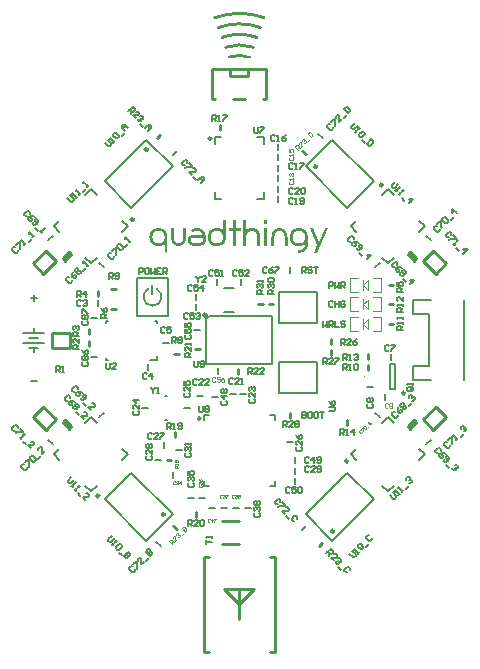
<source format=gto>
G04 Layer_Color=65535*
%FSAX25Y25*%
%MOIN*%
G70*
G01*
G75*
%ADD53C,0.01000*%
%ADD93C,0.00984*%
%ADD94C,0.01200*%
%ADD95C,0.00394*%
%ADD96C,0.00800*%
%ADD97C,0.00787*%
%ADD98C,0.00500*%
%ADD99C,0.00300*%
%ADD100C,0.00400*%
G36*
X0401860Y0364384D02*
X0403415D01*
Y0364281D01*
Y0363429D01*
X0401860D01*
Y0358500D01*
X0400894D01*
Y0363429D01*
X0399358D01*
Y0364384D01*
X0400894D01*
Y0366952D01*
X0401860D01*
Y0364384D01*
D02*
G37*
G36*
X0388863Y0364450D02*
X0388957D01*
X0389079Y0364431D01*
X0389219Y0364412D01*
X0389369Y0364394D01*
X0389538Y0364356D01*
X0389707Y0364319D01*
X0389894Y0364263D01*
X0390072Y0364197D01*
X0390260Y0364122D01*
X0390447Y0364028D01*
X0390616Y0363916D01*
X0390784Y0363794D01*
X0390944Y0363653D01*
X0390953Y0363644D01*
X0390981Y0363616D01*
X0391019Y0363569D01*
X0391065Y0363504D01*
X0391131Y0363429D01*
X0391196Y0363326D01*
X0391271Y0363213D01*
X0391347Y0363082D01*
X0391412Y0362932D01*
X0391487Y0362763D01*
X0391553Y0362585D01*
X0391618Y0362388D01*
X0391665Y0362173D01*
X0391703Y0361948D01*
X0391731Y0361704D01*
X0391740Y0361452D01*
Y0360187D01*
Y0360177D01*
Y0360149D01*
Y0360112D01*
X0391731Y0360046D01*
X0391721Y0359981D01*
X0391703Y0359887D01*
X0391674Y0359793D01*
X0391646Y0359681D01*
Y0359671D01*
X0391628Y0359634D01*
X0391599Y0359568D01*
X0391562Y0359493D01*
X0391506Y0359409D01*
X0391431Y0359306D01*
X0391337Y0359203D01*
X0391225Y0359100D01*
X0391206Y0359090D01*
X0391168Y0359053D01*
X0391093Y0359006D01*
X0390990Y0358940D01*
X0390859Y0358865D01*
X0390709Y0358790D01*
X0390522Y0358716D01*
X0390316Y0358641D01*
X0390306D01*
X0390288Y0358631D01*
X0390260Y0358622D01*
X0390213Y0358612D01*
X0390147Y0358594D01*
X0390072Y0358584D01*
X0389988Y0358566D01*
X0389894Y0358547D01*
X0389791Y0358528D01*
X0389669Y0358509D01*
X0389538Y0358500D01*
X0389398Y0358481D01*
X0389238Y0358472D01*
X0389079Y0358463D01*
X0388910Y0358453D01*
X0388554D01*
X0388470Y0358463D01*
X0388376D01*
X0388264Y0358472D01*
X0388151Y0358481D01*
X0387898Y0358500D01*
X0387627Y0358528D01*
X0387364Y0358575D01*
X0387242Y0358612D01*
X0387130Y0358641D01*
X0387121D01*
X0387102Y0358650D01*
X0387074Y0358659D01*
X0387036Y0358678D01*
X0386924Y0358716D01*
X0386793Y0358772D01*
X0386652Y0358837D01*
X0386502Y0358912D01*
X0386352Y0359006D01*
X0386221Y0359100D01*
X0386212Y0359109D01*
X0386174Y0359146D01*
X0386118Y0359203D01*
X0386052Y0359278D01*
X0385977Y0359362D01*
X0385912Y0359465D01*
X0385856Y0359568D01*
X0385809Y0359681D01*
Y0359690D01*
X0385790Y0359728D01*
X0385781Y0359784D01*
X0385762Y0359859D01*
X0385743Y0359934D01*
X0385734Y0360018D01*
X0385715Y0360187D01*
Y0360196D01*
Y0360215D01*
Y0360252D01*
Y0360299D01*
X0385724Y0360355D01*
Y0360421D01*
X0385743Y0360571D01*
X0385771Y0360739D01*
X0385809Y0360917D01*
X0385856Y0361086D01*
X0385931Y0361245D01*
X0385940Y0361264D01*
X0385968Y0361311D01*
X0386015Y0361377D01*
X0386081Y0361470D01*
X0386165Y0361564D01*
X0386259Y0361658D01*
X0386380Y0361751D01*
X0386502Y0361836D01*
X0386521Y0361845D01*
X0386568Y0361873D01*
X0386643Y0361901D01*
X0386746Y0361948D01*
X0386868Y0361986D01*
X0387008Y0362033D01*
X0387177Y0362061D01*
X0387346Y0362089D01*
X0387364D01*
X0387392Y0362098D01*
X0387430D01*
X0387524Y0362107D01*
X0387655Y0362117D01*
X0387805Y0362126D01*
X0387983Y0362136D01*
X0388161Y0362145D01*
X0390719D01*
Y0362154D01*
X0390709Y0362173D01*
X0390700Y0362201D01*
X0390691Y0362248D01*
X0390644Y0362351D01*
X0390587Y0362492D01*
X0390503Y0362651D01*
X0390391Y0362810D01*
X0390250Y0362969D01*
X0390082Y0363119D01*
X0390072D01*
X0390063Y0363138D01*
X0390035Y0363157D01*
X0389988Y0363176D01*
X0389941Y0363213D01*
X0389875Y0363241D01*
X0389810Y0363279D01*
X0389725Y0363316D01*
X0389632Y0363344D01*
X0389529Y0363382D01*
X0389416Y0363419D01*
X0389304Y0363447D01*
X0389032Y0363485D01*
X0388723Y0363504D01*
X0388638D01*
X0388582Y0363494D01*
X0388507D01*
X0388414Y0363485D01*
X0388320Y0363466D01*
X0388217Y0363447D01*
X0387983Y0363401D01*
X0387730Y0363316D01*
X0387477Y0363213D01*
X0387355Y0363138D01*
X0387233Y0363063D01*
X0386690Y0363775D01*
X0386699Y0363785D01*
X0386727Y0363803D01*
X0386774Y0363841D01*
X0386840Y0363878D01*
X0386914Y0363935D01*
X0387017Y0363991D01*
X0387130Y0364056D01*
X0387252Y0364122D01*
X0387392Y0364178D01*
X0387552Y0364244D01*
X0387720Y0364300D01*
X0387898Y0364356D01*
X0388086Y0364394D01*
X0388292Y0364431D01*
X0388498Y0364450D01*
X0388723Y0364459D01*
X0388789D01*
X0388863Y0364450D01*
D02*
G37*
G36*
X0416467Y0364431D02*
X0416552D01*
X0416655Y0364412D01*
X0416777Y0364394D01*
X0416917Y0364375D01*
X0417058Y0364337D01*
X0417217Y0364300D01*
X0417376Y0364244D01*
X0417536Y0364178D01*
X0417704Y0364103D01*
X0417864Y0364010D01*
X0418023Y0363897D01*
X0418163Y0363775D01*
X0418304Y0363635D01*
X0418313Y0363625D01*
X0418332Y0363597D01*
X0418369Y0363550D01*
X0418416Y0363485D01*
X0418473Y0363410D01*
X0418529Y0363307D01*
X0418594Y0363194D01*
X0418660Y0363063D01*
X0418726Y0362913D01*
X0418791Y0362754D01*
X0418847Y0362567D01*
X0418904Y0362370D01*
X0418951Y0362164D01*
X0418988Y0361939D01*
X0419007Y0361695D01*
X0419016Y0361442D01*
Y0358500D01*
X0418051D01*
Y0361442D01*
Y0361452D01*
Y0361489D01*
Y0361536D01*
X0418042Y0361611D01*
Y0361695D01*
X0418032Y0361789D01*
X0418013Y0361892D01*
X0417995Y0362004D01*
X0417948Y0362257D01*
X0417864Y0362510D01*
X0417761Y0362745D01*
X0417686Y0362857D01*
X0417611Y0362960D01*
X0417601Y0362969D01*
X0417592Y0362979D01*
X0417564Y0363007D01*
X0417526Y0363045D01*
X0417489Y0363082D01*
X0417432Y0363129D01*
X0417367Y0363176D01*
X0417292Y0363223D01*
X0417208Y0363269D01*
X0417114Y0363316D01*
X0417011Y0363363D01*
X0416898Y0363401D01*
X0416777Y0363438D01*
X0416636Y0363466D01*
X0416496Y0363475D01*
X0416346Y0363485D01*
X0416271D01*
X0416205Y0363475D01*
X0416140Y0363466D01*
X0416055Y0363457D01*
X0415877Y0363419D01*
X0415671Y0363354D01*
X0415455Y0363260D01*
X0415352Y0363204D01*
X0415249Y0363138D01*
X0415156Y0363054D01*
X0415071Y0362960D01*
Y0362951D01*
X0415053Y0362932D01*
X0415034Y0362904D01*
X0415006Y0362866D01*
X0414968Y0362810D01*
X0414931Y0362745D01*
X0414893Y0362670D01*
X0414856Y0362576D01*
X0414818Y0362473D01*
X0414781Y0362360D01*
X0414743Y0362239D01*
X0414706Y0362098D01*
X0414678Y0361958D01*
X0414659Y0361798D01*
X0414650Y0361620D01*
X0414640Y0361442D01*
Y0358500D01*
X0413675D01*
Y0361442D01*
Y0361461D01*
Y0361508D01*
X0413685Y0361573D01*
Y0361676D01*
X0413694Y0361789D01*
X0413713Y0361929D01*
X0413731Y0362079D01*
X0413760Y0362248D01*
X0413797Y0362417D01*
X0413844Y0362595D01*
X0413900Y0362782D01*
X0413966Y0362960D01*
X0414050Y0363147D01*
X0414144Y0363326D01*
X0414247Y0363485D01*
X0414368Y0363644D01*
X0414378Y0363653D01*
X0414406Y0363682D01*
X0414443Y0363719D01*
X0414500Y0363766D01*
X0414575Y0363831D01*
X0414659Y0363897D01*
X0414762Y0363972D01*
X0414884Y0364047D01*
X0415015Y0364113D01*
X0415165Y0364188D01*
X0415324Y0364253D01*
X0415502Y0364319D01*
X0415690Y0364366D01*
X0415896Y0364403D01*
X0416111Y0364431D01*
X0416346Y0364441D01*
X0416402D01*
X0416467Y0364431D01*
D02*
G37*
G36*
X0405270Y0363710D02*
X0405280Y0363728D01*
X0405298Y0363766D01*
X0405345Y0363831D01*
X0405411Y0363907D01*
X0405495Y0363991D01*
X0405617Y0364075D01*
X0405758Y0364169D01*
X0405936Y0364244D01*
X0405945D01*
X0405964Y0364253D01*
X0405992Y0364263D01*
X0406029Y0364272D01*
X0406076Y0364291D01*
X0406132Y0364309D01*
X0406273Y0364347D01*
X0406441Y0364375D01*
X0406648Y0364412D01*
X0406863Y0364431D01*
X0407097Y0364441D01*
X0407210D01*
X0407266Y0364431D01*
X0407332D01*
X0407482Y0364412D01*
X0407669Y0364394D01*
X0407856Y0364356D01*
X0408063Y0364300D01*
X0408259Y0364234D01*
X0408269D01*
X0408287Y0364225D01*
X0408306Y0364216D01*
X0408344Y0364197D01*
X0408447Y0364150D01*
X0408568Y0364085D01*
X0408709Y0364000D01*
X0408850Y0363897D01*
X0408999Y0363775D01*
X0409140Y0363635D01*
X0409159Y0363616D01*
X0409196Y0363569D01*
X0409262Y0363485D01*
X0409346Y0363372D01*
X0409440Y0363232D01*
X0409524Y0363073D01*
X0409618Y0362895D01*
X0409693Y0362688D01*
Y0362679D01*
X0409702Y0362660D01*
X0409712Y0362632D01*
X0409721Y0362595D01*
X0409740Y0362539D01*
X0409759Y0362473D01*
X0409796Y0362323D01*
X0409824Y0362145D01*
X0409862Y0361929D01*
X0409880Y0361695D01*
X0409890Y0361442D01*
Y0358500D01*
X0408925D01*
Y0361442D01*
Y0361452D01*
Y0361489D01*
Y0361536D01*
X0408915Y0361611D01*
Y0361695D01*
X0408896Y0361789D01*
X0408887Y0361892D01*
X0408868Y0362004D01*
X0408812Y0362257D01*
X0408728Y0362510D01*
X0408672Y0362632D01*
X0408615Y0362745D01*
X0408540Y0362857D01*
X0408456Y0362960D01*
X0408447Y0362969D01*
X0408437Y0362979D01*
X0408409Y0363007D01*
X0408372Y0363045D01*
X0408325Y0363082D01*
X0408259Y0363129D01*
X0408194Y0363176D01*
X0408109Y0363223D01*
X0408016Y0363269D01*
X0407922Y0363316D01*
X0407809Y0363363D01*
X0407688Y0363401D01*
X0407557Y0363438D01*
X0407416Y0363466D01*
X0407257Y0363475D01*
X0407097Y0363485D01*
X0407013D01*
X0406948Y0363475D01*
X0406873Y0363466D01*
X0406788Y0363457D01*
X0406695Y0363438D01*
X0406591Y0363419D01*
X0406367Y0363354D01*
X0406142Y0363260D01*
X0406029Y0363204D01*
X0405926Y0363138D01*
X0405823Y0363054D01*
X0405729Y0362960D01*
X0405720Y0362951D01*
X0405711Y0362932D01*
X0405692Y0362904D01*
X0405654Y0362866D01*
X0405626Y0362810D01*
X0405589Y0362745D01*
X0405542Y0362670D01*
X0405505Y0362576D01*
X0405458Y0362473D01*
X0405420Y0362360D01*
X0405373Y0362239D01*
X0405345Y0362098D01*
X0405317Y0361958D01*
X0405289Y0361798D01*
X0405280Y0361620D01*
X0405270Y0361442D01*
Y0358500D01*
X0404305D01*
Y0366952D01*
X0405270D01*
Y0363710D01*
D02*
G37*
G36*
X0412260Y0358612D02*
X0412204Y0358556D01*
X0411295Y0358500D01*
Y0364337D01*
X0412260D01*
Y0358612D01*
D02*
G37*
G36*
X0385181Y0361452D02*
Y0361433D01*
Y0361386D01*
Y0361320D01*
X0385172Y0361217D01*
X0385162Y0361095D01*
X0385143Y0360964D01*
X0385125Y0360805D01*
X0385097Y0360646D01*
X0385069Y0360468D01*
X0385022Y0360290D01*
X0384965Y0360102D01*
X0384909Y0359924D01*
X0384825Y0359737D01*
X0384741Y0359568D01*
X0384637Y0359400D01*
X0384525Y0359240D01*
X0384516Y0359231D01*
X0384497Y0359203D01*
X0384459Y0359165D01*
X0384403Y0359118D01*
X0384338Y0359062D01*
X0384253Y0358987D01*
X0384160Y0358922D01*
X0384047Y0358847D01*
X0383925Y0358772D01*
X0383794Y0358706D01*
X0383644Y0358641D01*
X0383476Y0358575D01*
X0383298Y0358528D01*
X0383110Y0358491D01*
X0382913Y0358463D01*
X0382698Y0358453D01*
X0382651D01*
X0382586Y0358463D01*
X0382501D01*
X0382407Y0358481D01*
X0382295Y0358491D01*
X0382164Y0358519D01*
X0382033Y0358556D01*
X0381883Y0358594D01*
X0381733Y0358650D01*
X0381583Y0358706D01*
X0381433Y0358781D01*
X0381283Y0358875D01*
X0381142Y0358978D01*
X0381002Y0359100D01*
X0380871Y0359240D01*
X0380861Y0359250D01*
X0380843Y0359278D01*
X0380815Y0359325D01*
X0380768Y0359390D01*
X0380721Y0359465D01*
X0380665Y0359568D01*
X0380608Y0359681D01*
X0380543Y0359812D01*
X0380487Y0359962D01*
X0380421Y0360130D01*
X0380365Y0360308D01*
X0380318Y0360505D01*
X0380271Y0360721D01*
X0380243Y0360955D01*
X0380224Y0361189D01*
X0380215Y0361452D01*
Y0364337D01*
X0381180D01*
Y0361452D01*
Y0361442D01*
Y0361395D01*
Y0361339D01*
X0381189Y0361255D01*
Y0361161D01*
X0381199Y0361049D01*
X0381208Y0360917D01*
X0381227Y0360786D01*
Y0360768D01*
X0381236Y0360730D01*
X0381255Y0360655D01*
X0381274Y0360571D01*
X0381302Y0360468D01*
X0381339Y0360355D01*
X0381386Y0360233D01*
X0381442Y0360112D01*
X0381452Y0360102D01*
X0381470Y0360065D01*
X0381508Y0359999D01*
X0381564Y0359934D01*
X0381630Y0359849D01*
X0381705Y0359765D01*
X0381798Y0359681D01*
X0381902Y0359596D01*
X0381920Y0359587D01*
X0381958Y0359568D01*
X0382023Y0359531D01*
X0382117Y0359503D01*
X0382229Y0359465D01*
X0382361Y0359428D01*
X0382520Y0359409D01*
X0382698Y0359400D01*
X0382782D01*
X0382867Y0359409D01*
X0382979Y0359428D01*
X0383110Y0359446D01*
X0383241Y0359484D01*
X0383373Y0359531D01*
X0383485Y0359596D01*
X0383494Y0359606D01*
X0383532Y0359634D01*
X0383588Y0359681D01*
X0383654Y0359737D01*
X0383729Y0359812D01*
X0383804Y0359906D01*
X0383879Y0359999D01*
X0383944Y0360112D01*
X0383953Y0360130D01*
X0383972Y0360168D01*
X0384000Y0360233D01*
X0384038Y0360318D01*
X0384075Y0360421D01*
X0384103Y0360533D01*
X0384141Y0360665D01*
X0384160Y0360796D01*
Y0360814D01*
X0384169Y0360861D01*
X0384178Y0360927D01*
X0384188Y0361011D01*
X0384197Y0361114D01*
X0384207Y0361227D01*
X0384216Y0361452D01*
Y0364337D01*
X0385181D01*
Y0361452D01*
D02*
G37*
G36*
X0398477Y0361442D02*
Y0361423D01*
Y0361377D01*
X0398468Y0361311D01*
Y0361208D01*
X0398449Y0361086D01*
X0398440Y0360955D01*
X0398411Y0360805D01*
X0398374Y0360636D01*
X0398337Y0360458D01*
X0398280Y0360280D01*
X0398215Y0360102D01*
X0398140Y0359915D01*
X0398046Y0359737D01*
X0397943Y0359559D01*
X0397821Y0359400D01*
X0397681Y0359240D01*
X0397671Y0359231D01*
X0397643Y0359203D01*
X0397596Y0359165D01*
X0397531Y0359118D01*
X0397456Y0359062D01*
X0397353Y0358987D01*
X0397240Y0358922D01*
X0397109Y0358847D01*
X0396959Y0358772D01*
X0396790Y0358706D01*
X0396612Y0358641D01*
X0396416Y0358575D01*
X0396200Y0358528D01*
X0395975Y0358491D01*
X0395732Y0358463D01*
X0395479Y0358453D01*
X0395413D01*
X0395338Y0358463D01*
X0395244D01*
X0395123Y0358481D01*
X0394982Y0358491D01*
X0394832Y0358519D01*
X0394663Y0358556D01*
X0394495Y0358594D01*
X0394307Y0358650D01*
X0394129Y0358706D01*
X0393942Y0358781D01*
X0393755Y0358875D01*
X0393586Y0358978D01*
X0393417Y0359100D01*
X0393258Y0359240D01*
X0393249Y0359250D01*
X0393220Y0359278D01*
X0393183Y0359325D01*
X0393136Y0359390D01*
X0393071Y0359465D01*
X0393005Y0359568D01*
X0392930Y0359681D01*
X0392864Y0359812D01*
X0392789Y0359962D01*
X0392715Y0360121D01*
X0392649Y0360308D01*
X0392583Y0360505D01*
X0392536Y0360711D01*
X0392499Y0360946D01*
X0392471Y0361189D01*
X0392461Y0361442D01*
Y0361461D01*
Y0361508D01*
X0392471Y0361583D01*
Y0361676D01*
X0392490Y0361798D01*
X0392508Y0361929D01*
X0392527Y0362079D01*
X0392565Y0362248D01*
X0392602Y0362426D01*
X0392658Y0362604D01*
X0392724Y0362782D01*
X0392799Y0362969D01*
X0392893Y0363147D01*
X0392996Y0363326D01*
X0393117Y0363494D01*
X0393258Y0363644D01*
X0393267Y0363653D01*
X0393295Y0363682D01*
X0393342Y0363719D01*
X0393408Y0363766D01*
X0393483Y0363831D01*
X0393586Y0363897D01*
X0393698Y0363972D01*
X0393839Y0364047D01*
X0393989Y0364113D01*
X0394148Y0364188D01*
X0394336Y0364253D01*
X0394532Y0364319D01*
X0394748Y0364366D01*
X0394973Y0364403D01*
X0395216Y0364431D01*
X0395479Y0364441D01*
X0395600D01*
X0395666Y0364431D01*
X0395732D01*
X0395910Y0364412D01*
X0396106Y0364384D01*
X0396322Y0364347D01*
X0396547Y0364300D01*
X0396762Y0364225D01*
X0396772D01*
X0396790Y0364216D01*
X0396818Y0364206D01*
X0396856Y0364188D01*
X0396950Y0364141D01*
X0397072Y0364075D01*
X0397203Y0363991D01*
X0397324Y0363897D01*
X0397437Y0363785D01*
X0397521Y0363663D01*
Y0366942D01*
X0398477D01*
Y0361442D01*
D02*
G37*
G36*
X0412260Y0365743D02*
X0411295D01*
Y0366952D01*
X0412260D01*
Y0365743D01*
D02*
G37*
G36*
X0428836Y0356176D02*
X0427843D01*
X0428986Y0358856D01*
X0426606Y0364337D01*
X0427599D01*
X0429492Y0359896D01*
X0431478Y0364253D01*
X0431525Y0364291D01*
X0432387Y0364337D01*
X0428836Y0356176D01*
D02*
G37*
G36*
X0422914Y0364450D02*
X0423008D01*
X0423130Y0364431D01*
X0423270Y0364412D01*
X0423420Y0364394D01*
X0423589Y0364356D01*
X0423757Y0364319D01*
X0423945Y0364263D01*
X0424123Y0364197D01*
X0424310Y0364122D01*
X0424498Y0364028D01*
X0424666Y0363916D01*
X0424835Y0363794D01*
X0424994Y0363653D01*
X0425003Y0363644D01*
X0425032Y0363616D01*
X0425069Y0363569D01*
X0425116Y0363504D01*
X0425181Y0363429D01*
X0425247Y0363326D01*
X0425322Y0363213D01*
X0425397Y0363082D01*
X0425463Y0362932D01*
X0425538Y0362763D01*
X0425603Y0362585D01*
X0425669Y0362388D01*
X0425716Y0362173D01*
X0425753Y0361948D01*
X0425781Y0361704D01*
X0425791Y0361452D01*
Y0359165D01*
Y0359146D01*
Y0359100D01*
X0425781Y0359034D01*
Y0358931D01*
X0425763Y0358819D01*
X0425744Y0358678D01*
X0425725Y0358528D01*
X0425688Y0358369D01*
X0425650Y0358200D01*
X0425594Y0358013D01*
X0425528Y0357835D01*
X0425453Y0357647D01*
X0425360Y0357469D01*
X0425247Y0357291D01*
X0425125Y0357132D01*
X0424985Y0356973D01*
X0424975Y0356963D01*
X0424947Y0356935D01*
X0424900Y0356898D01*
X0424835Y0356851D01*
X0424751Y0356785D01*
X0424657Y0356720D01*
X0424535Y0356645D01*
X0424394Y0356579D01*
X0424244Y0356504D01*
X0424066Y0356429D01*
X0423879Y0356364D01*
X0423673Y0356298D01*
X0423439Y0356251D01*
X0423195Y0356214D01*
X0422942Y0356186D01*
X0422661Y0356176D01*
Y0357132D01*
X0422764D01*
X0422839Y0357141D01*
X0422933Y0357151D01*
X0423045Y0357160D01*
X0423158Y0357179D01*
X0423279Y0357198D01*
X0423551Y0357263D01*
X0423823Y0357357D01*
X0423954Y0357413D01*
X0424076Y0357488D01*
X0424188Y0357563D01*
X0424291Y0357657D01*
X0424301Y0357666D01*
X0424310Y0357685D01*
X0424338Y0357713D01*
X0424376Y0357750D01*
X0424413Y0357807D01*
X0424460Y0357872D01*
X0424507Y0357947D01*
X0424554Y0358041D01*
X0424601Y0358144D01*
X0424647Y0358256D01*
X0424694Y0358378D01*
X0424732Y0358509D01*
X0424769Y0358659D01*
X0424797Y0358819D01*
X0424807Y0358987D01*
X0424816Y0359165D01*
Y0359222D01*
X0424807Y0359212D01*
X0424788Y0359193D01*
X0424751Y0359146D01*
X0424694Y0359100D01*
X0424629Y0359044D01*
X0424544Y0358978D01*
X0424451Y0358912D01*
X0424329Y0358837D01*
X0424198Y0358762D01*
X0424048Y0358697D01*
X0423879Y0358631D01*
X0423701Y0358575D01*
X0423495Y0358528D01*
X0423270Y0358491D01*
X0423036Y0358463D01*
X0422773Y0358453D01*
X0422708D01*
X0422633Y0358463D01*
X0422539D01*
X0422417Y0358481D01*
X0422277Y0358491D01*
X0422127Y0358519D01*
X0421958Y0358556D01*
X0421790Y0358594D01*
X0421602Y0358650D01*
X0421424Y0358706D01*
X0421237Y0358781D01*
X0421049Y0358875D01*
X0420881Y0358978D01*
X0420712Y0359100D01*
X0420553Y0359240D01*
X0420543Y0359250D01*
X0420515Y0359278D01*
X0420478Y0359325D01*
X0420431Y0359390D01*
X0420375Y0359465D01*
X0420300Y0359568D01*
X0420234Y0359681D01*
X0420159Y0359812D01*
X0420084Y0359962D01*
X0420019Y0360130D01*
X0419953Y0360308D01*
X0419887Y0360505D01*
X0419841Y0360721D01*
X0419803Y0360946D01*
X0419775Y0361189D01*
X0419766Y0361452D01*
Y0361470D01*
Y0361517D01*
X0419775Y0361583D01*
Y0361686D01*
X0419794Y0361798D01*
X0419803Y0361939D01*
X0419831Y0362089D01*
X0419869Y0362257D01*
X0419906Y0362426D01*
X0419962Y0362604D01*
X0420019Y0362791D01*
X0420094Y0362969D01*
X0420187Y0363157D01*
X0420290Y0363335D01*
X0420412Y0363494D01*
X0420553Y0363653D01*
X0420562Y0363663D01*
X0420590Y0363691D01*
X0420637Y0363728D01*
X0420703Y0363775D01*
X0420778Y0363841D01*
X0420881Y0363907D01*
X0420993Y0363981D01*
X0421134Y0364056D01*
X0421284Y0364131D01*
X0421443Y0364206D01*
X0421630Y0364272D01*
X0421827Y0364337D01*
X0422043Y0364384D01*
X0422267Y0364422D01*
X0422511Y0364450D01*
X0422773Y0364459D01*
X0422839D01*
X0422914Y0364450D01*
D02*
G37*
G36*
X0376148Y0364431D02*
X0376242D01*
X0376364Y0364412D01*
X0376495Y0364403D01*
X0376645Y0364375D01*
X0376814Y0364337D01*
X0376992Y0364300D01*
X0377170Y0364244D01*
X0377348Y0364178D01*
X0377535Y0364103D01*
X0377713Y0364010D01*
X0377891Y0363907D01*
X0378060Y0363785D01*
X0378210Y0363644D01*
X0378219Y0363635D01*
X0378247Y0363607D01*
X0378285Y0363560D01*
X0378331Y0363504D01*
X0378397Y0363419D01*
X0378463Y0363326D01*
X0378538Y0363204D01*
X0378613Y0363073D01*
X0378678Y0362932D01*
X0378753Y0362763D01*
X0378819Y0362585D01*
X0378884Y0362388D01*
X0378931Y0362173D01*
X0378969Y0361948D01*
X0378997Y0361704D01*
X0379006Y0361452D01*
Y0356176D01*
X0378060Y0356429D01*
Y0359250D01*
X0378050Y0359231D01*
X0378022Y0359184D01*
X0377966Y0359118D01*
X0377891Y0359034D01*
X0377788Y0358940D01*
X0377657Y0358847D01*
X0377488Y0358744D01*
X0377291Y0358659D01*
X0377282D01*
X0377263Y0358650D01*
X0377235Y0358641D01*
X0377188Y0358631D01*
X0377141Y0358612D01*
X0377076Y0358594D01*
X0377001Y0358575D01*
X0376917Y0358556D01*
X0376729Y0358519D01*
X0376514Y0358481D01*
X0376270Y0358463D01*
X0376008Y0358453D01*
X0375942D01*
X0375867Y0358463D01*
X0375774D01*
X0375652Y0358481D01*
X0375511Y0358491D01*
X0375361Y0358519D01*
X0375193Y0358556D01*
X0375024Y0358594D01*
X0374836Y0358650D01*
X0374658Y0358706D01*
X0374471Y0358781D01*
X0374284Y0358875D01*
X0374115Y0358978D01*
X0373946Y0359100D01*
X0373787Y0359240D01*
X0373778Y0359250D01*
X0373750Y0359278D01*
X0373712Y0359325D01*
X0373665Y0359390D01*
X0373609Y0359465D01*
X0373534Y0359568D01*
X0373468Y0359681D01*
X0373394Y0359812D01*
X0373319Y0359962D01*
X0373253Y0360130D01*
X0373187Y0360308D01*
X0373122Y0360505D01*
X0373075Y0360721D01*
X0373038Y0360946D01*
X0373009Y0361189D01*
X0373000Y0361452D01*
Y0361470D01*
Y0361517D01*
X0373009Y0361583D01*
Y0361686D01*
X0373028Y0361798D01*
X0373038Y0361939D01*
X0373066Y0362089D01*
X0373103Y0362257D01*
X0373141Y0362426D01*
X0373197Y0362604D01*
X0373253Y0362791D01*
X0373328Y0362969D01*
X0373422Y0363147D01*
X0373525Y0363326D01*
X0373646Y0363494D01*
X0373787Y0363644D01*
X0373797Y0363653D01*
X0373825Y0363682D01*
X0373871Y0363719D01*
X0373937Y0363766D01*
X0374012Y0363831D01*
X0374115Y0363897D01*
X0374227Y0363972D01*
X0374368Y0364047D01*
X0374518Y0364113D01*
X0374677Y0364188D01*
X0374865Y0364253D01*
X0375061Y0364319D01*
X0375277Y0364366D01*
X0375502Y0364403D01*
X0375745Y0364431D01*
X0376008Y0364441D01*
X0376073D01*
X0376148Y0364431D01*
D02*
G37*
%LPC*%
G36*
X0390775Y0361189D02*
X0388320D01*
X0388142Y0361180D01*
X0387964Y0361170D01*
X0387776Y0361161D01*
X0387608Y0361152D01*
X0387589D01*
X0387542Y0361142D01*
X0387467D01*
X0387374Y0361124D01*
X0387177Y0361086D01*
X0387083Y0361058D01*
X0386999Y0361020D01*
X0386989D01*
X0386971Y0361002D01*
X0386933Y0360974D01*
X0386896Y0360946D01*
X0386802Y0360852D01*
X0386765Y0360786D01*
X0386736Y0360721D01*
Y0360711D01*
X0386727Y0360683D01*
X0386718Y0360646D01*
X0386708Y0360580D01*
X0386699Y0360505D01*
X0386690Y0360421D01*
X0386680Y0360308D01*
Y0360187D01*
Y0360177D01*
Y0360149D01*
X0386690Y0360112D01*
X0386699Y0360065D01*
X0386718Y0360009D01*
X0386746Y0359952D01*
X0386783Y0359887D01*
X0386840Y0359830D01*
X0386849Y0359821D01*
X0386868Y0359812D01*
X0386905Y0359784D01*
X0386961Y0359746D01*
X0387027Y0359709D01*
X0387102Y0359671D01*
X0387196Y0359624D01*
X0387299Y0359587D01*
X0387308D01*
X0387355Y0359568D01*
X0387411Y0359559D01*
X0387495Y0359531D01*
X0387589Y0359512D01*
X0387702Y0359484D01*
X0387823Y0359465D01*
X0387964Y0359446D01*
X0387983D01*
X0388030Y0359437D01*
X0388104Y0359428D01*
X0388198D01*
X0388311Y0359418D01*
X0388442Y0359409D01*
X0388582Y0359400D01*
X0388863D01*
X0388966Y0359409D01*
X0389088D01*
X0389210Y0359418D01*
X0389491Y0359446D01*
X0389510D01*
X0389557Y0359456D01*
X0389622Y0359465D01*
X0389716Y0359484D01*
X0389819Y0359503D01*
X0389932Y0359521D01*
X0390157Y0359587D01*
X0390166Y0359596D01*
X0390203Y0359606D01*
X0390260Y0359624D01*
X0390325Y0359652D01*
X0390466Y0359737D01*
X0390541Y0359784D01*
X0390606Y0359830D01*
X0390616Y0359840D01*
X0390634Y0359859D01*
X0390662Y0359887D01*
X0390691Y0359934D01*
X0390719Y0359981D01*
X0390747Y0360046D01*
X0390766Y0360112D01*
X0390775Y0360187D01*
Y0361189D01*
D02*
G37*
G36*
X0395479Y0363485D02*
X0395385D01*
X0395310Y0363475D01*
X0395226Y0363466D01*
X0395132Y0363457D01*
X0395020Y0363438D01*
X0394907Y0363419D01*
X0394663Y0363363D01*
X0394401Y0363269D01*
X0394279Y0363213D01*
X0394158Y0363138D01*
X0394045Y0363063D01*
X0393942Y0362969D01*
X0393933Y0362960D01*
X0393923Y0362941D01*
X0393895Y0362913D01*
X0393858Y0362876D01*
X0393820Y0362820D01*
X0393783Y0362754D01*
X0393736Y0362679D01*
X0393689Y0362585D01*
X0393633Y0362482D01*
X0393586Y0362370D01*
X0393548Y0362248D01*
X0393511Y0362107D01*
X0393474Y0361958D01*
X0393445Y0361798D01*
X0393436Y0361630D01*
X0393427Y0361442D01*
Y0361433D01*
Y0361395D01*
Y0361349D01*
X0393436Y0361274D01*
X0393445Y0361189D01*
X0393455Y0361095D01*
X0393474Y0360983D01*
X0393492Y0360871D01*
X0393548Y0360627D01*
X0393642Y0360365D01*
X0393708Y0360243D01*
X0393773Y0360121D01*
X0393848Y0360009D01*
X0393942Y0359906D01*
X0393951Y0359896D01*
X0393970Y0359887D01*
X0393998Y0359859D01*
X0394036Y0359821D01*
X0394092Y0359784D01*
X0394158Y0359746D01*
X0394242Y0359699D01*
X0394336Y0359652D01*
X0394429Y0359596D01*
X0394551Y0359549D01*
X0394673Y0359512D01*
X0394813Y0359474D01*
X0394963Y0359437D01*
X0395123Y0359409D01*
X0395291Y0359400D01*
X0395479Y0359390D01*
X0395572D01*
X0395638Y0359400D01*
X0395722Y0359409D01*
X0395825Y0359418D01*
X0395928Y0359437D01*
X0396041Y0359456D01*
X0396285Y0359521D01*
X0396537Y0359615D01*
X0396659Y0359671D01*
X0396781Y0359746D01*
X0396894Y0359821D01*
X0396997Y0359915D01*
X0397006Y0359924D01*
X0397015Y0359943D01*
X0397043Y0359971D01*
X0397081Y0360009D01*
X0397118Y0360065D01*
X0397165Y0360130D01*
X0397212Y0360215D01*
X0397259Y0360299D01*
X0397306Y0360402D01*
X0397353Y0360515D01*
X0397399Y0360646D01*
X0397437Y0360777D01*
X0397474Y0360927D01*
X0397503Y0361086D01*
X0397512Y0361264D01*
X0397521Y0361442D01*
Y0361452D01*
Y0361489D01*
Y0361536D01*
X0397512Y0361611D01*
X0397503Y0361695D01*
X0397493Y0361789D01*
X0397474Y0361901D01*
X0397456Y0362014D01*
X0397390Y0362257D01*
X0397296Y0362510D01*
X0397240Y0362642D01*
X0397175Y0362754D01*
X0397090Y0362866D01*
X0396997Y0362969D01*
X0396987Y0362979D01*
X0396969Y0362988D01*
X0396940Y0363016D01*
X0396903Y0363054D01*
X0396847Y0363091D01*
X0396781Y0363129D01*
X0396697Y0363176D01*
X0396612Y0363232D01*
X0396509Y0363279D01*
X0396397Y0363326D01*
X0396275Y0363363D01*
X0396134Y0363401D01*
X0395985Y0363438D01*
X0395825Y0363466D01*
X0395657Y0363475D01*
X0395479Y0363485D01*
D02*
G37*
G36*
X0422773Y0363504D02*
X0422680D01*
X0422605Y0363494D01*
X0422530Y0363485D01*
X0422427Y0363475D01*
X0422324Y0363457D01*
X0422211Y0363438D01*
X0421958Y0363372D01*
X0421705Y0363279D01*
X0421583Y0363223D01*
X0421462Y0363157D01*
X0421349Y0363073D01*
X0421246Y0362979D01*
X0421237Y0362969D01*
X0421227Y0362951D01*
X0421199Y0362923D01*
X0421162Y0362885D01*
X0421124Y0362829D01*
X0421087Y0362763D01*
X0421040Y0362688D01*
X0420993Y0362595D01*
X0420937Y0362492D01*
X0420890Y0362379D01*
X0420853Y0362257D01*
X0420815Y0362117D01*
X0420778Y0361967D01*
X0420750Y0361808D01*
X0420740Y0361639D01*
X0420731Y0361452D01*
Y0361442D01*
Y0361405D01*
Y0361358D01*
X0420740Y0361283D01*
X0420750Y0361199D01*
X0420759Y0361105D01*
X0420778Y0360992D01*
X0420796Y0360880D01*
X0420853Y0360627D01*
X0420946Y0360374D01*
X0421012Y0360252D01*
X0421077Y0360130D01*
X0421152Y0360018D01*
X0421246Y0359915D01*
X0421255Y0359906D01*
X0421274Y0359896D01*
X0421302Y0359868D01*
X0421340Y0359830D01*
X0421396Y0359793D01*
X0421462Y0359756D01*
X0421546Y0359709D01*
X0421630Y0359662D01*
X0421733Y0359606D01*
X0421846Y0359559D01*
X0421977Y0359521D01*
X0422108Y0359484D01*
X0422258Y0359446D01*
X0422417Y0359418D01*
X0422595Y0359409D01*
X0422773Y0359400D01*
X0422867D01*
X0422933Y0359409D01*
X0423008D01*
X0423101Y0359428D01*
X0423205Y0359437D01*
X0423308Y0359456D01*
X0423542Y0359512D01*
X0423785Y0359587D01*
X0424020Y0359699D01*
X0424123Y0359774D01*
X0424226Y0359849D01*
X0424235Y0359859D01*
X0424244Y0359868D01*
X0424273Y0359896D01*
X0424310Y0359934D01*
X0424348Y0359981D01*
X0424394Y0360037D01*
X0424441Y0360102D01*
X0424498Y0360187D01*
X0424544Y0360271D01*
X0424601Y0360374D01*
X0424647Y0360477D01*
X0424694Y0360599D01*
X0424732Y0360730D01*
X0424769Y0360871D01*
X0424797Y0361020D01*
X0424816Y0361180D01*
X0424825Y0361461D01*
Y0361470D01*
Y0361508D01*
Y0361555D01*
X0424816Y0361630D01*
X0424807Y0361714D01*
X0424797Y0361808D01*
X0424779Y0361911D01*
X0424760Y0362023D01*
X0424694Y0362276D01*
X0424601Y0362529D01*
X0424544Y0362651D01*
X0424479Y0362763D01*
X0424394Y0362876D01*
X0424301Y0362979D01*
X0424291Y0362988D01*
X0424273Y0362998D01*
X0424244Y0363026D01*
X0424207Y0363063D01*
X0424151Y0363101D01*
X0424085Y0363147D01*
X0424010Y0363194D01*
X0423917Y0363241D01*
X0423813Y0363288D01*
X0423701Y0363335D01*
X0423579Y0363382D01*
X0423439Y0363419D01*
X0423289Y0363457D01*
X0423130Y0363485D01*
X0422961Y0363494D01*
X0422773Y0363504D01*
D02*
G37*
G36*
X0376008D02*
X0375914D01*
X0375839Y0363494D01*
X0375755Y0363485D01*
X0375661Y0363475D01*
X0375549Y0363457D01*
X0375436Y0363438D01*
X0375193Y0363372D01*
X0374940Y0363279D01*
X0374808Y0363223D01*
X0374696Y0363157D01*
X0374584Y0363073D01*
X0374481Y0362979D01*
X0374471Y0362969D01*
X0374462Y0362951D01*
X0374434Y0362923D01*
X0374396Y0362885D01*
X0374359Y0362829D01*
X0374321Y0362763D01*
X0374274Y0362679D01*
X0374227Y0362595D01*
X0374171Y0362492D01*
X0374124Y0362379D01*
X0374087Y0362248D01*
X0374049Y0362117D01*
X0374012Y0361967D01*
X0373984Y0361808D01*
X0373974Y0361630D01*
X0373965Y0361452D01*
Y0361442D01*
Y0361405D01*
Y0361358D01*
X0373974Y0361283D01*
X0373984Y0361199D01*
X0373993Y0361105D01*
X0374012Y0360992D01*
X0374031Y0360880D01*
X0374087Y0360627D01*
X0374181Y0360374D01*
X0374246Y0360252D01*
X0374312Y0360130D01*
X0374387Y0360018D01*
X0374481Y0359915D01*
X0374490Y0359906D01*
X0374509Y0359896D01*
X0374537Y0359868D01*
X0374574Y0359830D01*
X0374630Y0359793D01*
X0374696Y0359756D01*
X0374780Y0359709D01*
X0374865Y0359662D01*
X0374968Y0359606D01*
X0375080Y0359559D01*
X0375211Y0359521D01*
X0375342Y0359484D01*
X0375492Y0359446D01*
X0375652Y0359418D01*
X0375830Y0359409D01*
X0376008Y0359400D01*
X0376101D01*
X0376176Y0359409D01*
X0376261Y0359418D01*
X0376355Y0359428D01*
X0376458Y0359446D01*
X0376579Y0359465D01*
X0376823Y0359521D01*
X0377076Y0359615D01*
X0377198Y0359681D01*
X0377320Y0359746D01*
X0377432Y0359821D01*
X0377535Y0359915D01*
X0377544Y0359924D01*
X0377554Y0359943D01*
X0377582Y0359971D01*
X0377619Y0360009D01*
X0377657Y0360065D01*
X0377704Y0360130D01*
X0377751Y0360215D01*
X0377797Y0360308D01*
X0377844Y0360402D01*
X0377891Y0360524D01*
X0377938Y0360646D01*
X0377976Y0360786D01*
X0378013Y0360936D01*
X0378041Y0361095D01*
X0378050Y0361264D01*
X0378060Y0361452D01*
Y0361461D01*
Y0361498D01*
Y0361545D01*
X0378050Y0361620D01*
X0378041Y0361704D01*
X0378032Y0361798D01*
X0378013Y0361901D01*
X0377994Y0362023D01*
X0377929Y0362267D01*
X0377835Y0362520D01*
X0377779Y0362642D01*
X0377713Y0362763D01*
X0377629Y0362876D01*
X0377535Y0362979D01*
X0377526Y0362988D01*
X0377507Y0362998D01*
X0377479Y0363026D01*
X0377441Y0363063D01*
X0377385Y0363101D01*
X0377320Y0363147D01*
X0377235Y0363194D01*
X0377151Y0363241D01*
X0377048Y0363288D01*
X0376935Y0363335D01*
X0376804Y0363382D01*
X0376673Y0363419D01*
X0376523Y0363457D01*
X0376364Y0363485D01*
X0376186Y0363494D01*
X0376008Y0363504D01*
D02*
G37*
%LPD*%
D53*
X0390008Y0300921D02*
G03*
X0390008Y0300921I-0000394J0000000D01*
G01*
X0411208Y0434553D02*
G03*
X0394792Y0434553I-0008208J-0022553D01*
G01*
X0410011Y0431264D02*
G03*
X0395989Y0431264I-0007011J-0019264D01*
G01*
X0408814Y0427975D02*
G03*
X0397186Y0427975I-0005814J-0015975D01*
G01*
X0407617Y0424686D02*
G03*
X0398383Y0424686I-0004617J-0012686D01*
G01*
X0406420Y0421397D02*
G03*
X0399580Y0421397I-0003420J-0009397D01*
G01*
X0412000Y0407500D02*
Y0417500D01*
X0394000Y0407500D02*
Y0417500D01*
X0412000D01*
X0406000Y0415000D02*
Y0417500D01*
X0400000Y0415000D02*
X0406000D01*
X0400000D02*
Y0417500D01*
X0401000Y0407500D02*
X0405000D01*
X0411000D02*
X0412000D01*
X0394000D02*
X0395000D01*
X0391189Y0223252D02*
Y0254748D01*
Y0223252D02*
X0392764D01*
X0391189Y0254748D02*
X0392764D01*
X0413236D02*
X0414811D01*
X0413236Y0223252D02*
X0414811D01*
Y0254748D01*
X0403000Y0239000D02*
Y0244000D01*
Y0239000D02*
X0408000Y0244000D01*
X0398000D02*
X0408000D01*
X0398000D02*
X0403000Y0239000D01*
Y0234000D02*
Y0239000D01*
X0464111Y0353354D02*
X0468354Y0349111D01*
X0467647Y0356889D02*
X0471889Y0352646D01*
X0468354Y0349111D02*
X0471889Y0352646D01*
X0464111Y0353354D02*
X0467647Y0356889D01*
X0459086Y0355707D02*
X0459793Y0356414D01*
X0461207Y0353586D02*
X0461914Y0354293D01*
X0459086Y0355707D02*
X0461207Y0353586D01*
X0459793Y0356414D02*
X0461914Y0354293D01*
X0467647Y0297111D02*
X0471889Y0301354D01*
X0464111Y0300646D02*
X0468354Y0304889D01*
X0471889Y0301354D01*
X0464111Y0300646D02*
X0467647Y0297111D01*
X0429443Y0258443D02*
X0430557Y0259557D01*
X0346207Y0297586D02*
X0346914Y0298293D01*
X0344086Y0299707D02*
X0344793Y0300414D01*
X0346914Y0298293D01*
X0344086Y0299707D02*
X0346207Y0297586D01*
X0380943Y0265057D02*
X0382057Y0263943D01*
X0375443Y0394443D02*
X0376557Y0395557D01*
X0346207Y0356414D02*
X0346914Y0355707D01*
X0344086Y0354293D02*
X0344793Y0353586D01*
X0344086Y0354293D02*
X0346207Y0356414D01*
X0344793Y0353586D02*
X0346914Y0355707D01*
X0334111Y0352646D02*
X0338353Y0356889D01*
X0337647Y0349111D02*
X0341889Y0353354D01*
X0334111Y0352646D02*
X0337647Y0349111D01*
X0338353Y0356889D02*
X0341889Y0353354D01*
X0459086Y0298293D02*
X0459793Y0297586D01*
X0461207Y0300414D02*
X0461914Y0299707D01*
X0459793Y0297586D02*
X0461914Y0299707D01*
X0459086Y0298293D02*
X0461207Y0300414D01*
X0446000Y0320713D02*
Y0322287D01*
Y0317213D02*
Y0318787D01*
X0452713Y0345500D02*
X0454287D01*
X0452713Y0339000D02*
X0454287D01*
X0452713Y0332500D02*
X0454287D01*
X0423943Y0390057D02*
X0425057Y0388943D01*
X0412713Y0339000D02*
X0414287D01*
X0409213D02*
X0410787D01*
X0340500Y0324500D02*
X0346500D01*
X0340500Y0329500D02*
X0346500D01*
Y0324500D02*
Y0329500D01*
X0340500Y0324500D02*
Y0329500D01*
X0381500Y0294713D02*
Y0296287D01*
X0378713Y0287000D02*
X0380287D01*
X0388500Y0268213D02*
Y0269787D01*
X0397244Y0259063D02*
X0402756D01*
X0397244Y0266937D02*
X0402756D01*
X0402500Y0315913D02*
Y0317487D01*
X0388213Y0324000D02*
X0389787D01*
X0381213Y0322500D02*
X0382787D01*
X0360213Y0344000D02*
X0361787D01*
X0360213Y0337500D02*
X0361787D01*
X0356000Y0341713D02*
Y0343287D01*
X0353000Y0329213D02*
Y0330787D01*
Y0325213D02*
Y0326787D01*
X0396500Y0397213D02*
Y0398787D01*
X0420000Y0301213D02*
Y0302787D01*
X0439000Y0298713D02*
Y0300287D01*
X0433500Y0325713D02*
Y0327287D01*
Y0322213D02*
Y0323787D01*
X0337647Y0304889D02*
X0341889Y0300646D01*
X0334111Y0301354D02*
X0338353Y0297111D01*
X0334111Y0301354D02*
X0337647Y0304889D01*
X0338353Y0297111D02*
X0341889Y0300646D01*
D93*
X0393650Y0394342D02*
G03*
X0393650Y0394342I-0000492J0000000D01*
G01*
X0450765Y0378780D02*
G03*
X0450765Y0378780I-0000492J0000000D01*
G01*
X0378124Y0269025D02*
G03*
X0378124Y0269025I-0000492J0000000D01*
G01*
X0356219Y0275220D02*
G03*
X0356219Y0275220I-0000492J0000000D01*
G01*
X0428860Y0384975D02*
G03*
X0428860Y0384975I-0000492J0000000D01*
G01*
X0367772Y0367227D02*
G03*
X0367772Y0367227I-0000492J0000000D01*
G01*
X0372467Y0390632D02*
G03*
X0372467Y0390632I-0000492J0000000D01*
G01*
X0439212Y0286773D02*
G03*
X0439212Y0286773I-0000492J0000000D01*
G01*
X0434517Y0263368D02*
G03*
X0434517Y0263368I-0000492J0000000D01*
G01*
X0458232Y0309390D02*
G03*
X0458232Y0309390I-0000492J0000000D01*
G01*
D94*
X0391894Y0335500D02*
G03*
X0391894Y0335500I-0000394J0000000D01*
G01*
D95*
X0444575Y0314930D02*
G03*
X0444575Y0314930I-0000197J0000000D01*
G01*
X0439685Y0334862D02*
X0442539D01*
X0439685Y0330138D02*
X0442539D01*
X0447461D02*
X0450315D01*
Y0334862D01*
X0447461D02*
X0450315D01*
X0439685Y0330138D02*
Y0334862D01*
X0444194Y0330827D02*
Y0334173D01*
Y0332500D02*
X0445787Y0330906D01*
X0444194Y0332500D02*
X0445787Y0334094D01*
Y0330925D02*
Y0334075D01*
X0439685Y0341362D02*
X0442539D01*
X0439685Y0336638D02*
X0442539D01*
X0447461D02*
X0450315D01*
Y0341362D01*
X0447461D02*
X0450315D01*
X0439685Y0336638D02*
Y0341362D01*
X0444194Y0337327D02*
Y0340673D01*
Y0339000D02*
X0445787Y0337406D01*
X0444194Y0339000D02*
X0445787Y0340594D01*
Y0337425D02*
Y0340575D01*
X0439685Y0347862D02*
X0442539D01*
X0439685Y0343138D02*
X0442539D01*
X0447461D02*
X0450315D01*
Y0347862D01*
X0447461D02*
X0450315D01*
X0439685Y0343138D02*
Y0347862D01*
X0444194Y0343827D02*
Y0347173D01*
Y0345500D02*
X0445787Y0343906D01*
X0444194Y0345500D02*
X0445787Y0347094D01*
Y0343925D02*
Y0347075D01*
D96*
X0372658Y0344183D02*
G03*
X0375342Y0344183I0001342J-0002683D01*
G01*
X0334500Y0323000D02*
Y0324400D01*
Y0329600D02*
Y0331000D01*
X0331000Y0326000D02*
X0338000D01*
X0333000Y0324400D02*
X0336000D01*
X0333000Y0327800D02*
X0336000D01*
X0331000Y0329600D02*
X0338000D01*
X0460700Y0313614D02*
X0467000D01*
X0460700D02*
Y0318339D01*
Y0335700D02*
Y0340400D01*
X0467000D01*
X0477709Y0313614D02*
Y0340400D01*
X0460700Y0318339D02*
X0466200D01*
Y0335700D01*
X0460700D02*
X0466200D01*
X0374000Y0342500D02*
Y0345500D01*
X0335500Y0341000D02*
X0333501D01*
X0334500Y0341999D02*
Y0340000D01*
X0335500Y0313499D02*
X0333501D01*
D97*
X0378106Y0308437D02*
X0378894D01*
X0378106Y0300563D02*
X0378894D01*
X0374776Y0333594D02*
X0375563D01*
Y0332807D02*
Y0333594D01*
X0358437D02*
X0359224D01*
X0358437Y0332807D02*
Y0333594D01*
Y0320406D02*
Y0321193D01*
Y0320406D02*
X0359224D01*
X0375563D02*
Y0321685D01*
X0373102Y0320406D02*
X0375563D01*
X0391189Y0278480D02*
X0392764D01*
X0391189D02*
Y0280055D01*
X0413236Y0278480D02*
X0414811D01*
Y0280055D01*
Y0300528D02*
Y0302102D01*
X0413236D02*
X0414811D01*
X0391189Y0300528D02*
Y0302102D01*
X0392764D01*
X0394732Y0392472D02*
Y0394736D01*
X0396996D01*
X0409004D02*
X0411268D01*
Y0392472D02*
Y0394736D01*
Y0374264D02*
Y0376528D01*
X0409004Y0374264D02*
X0411268D01*
X0394732D02*
Y0376528D01*
Y0374264D02*
X0396996D01*
X0397925Y0336563D02*
X0401075D01*
X0397925Y0344437D02*
X0401075D01*
X0450621Y0375509D02*
X0452500Y0377388D01*
X0454379Y0375509D01*
X0463009Y0366879D02*
X0464888Y0365000D01*
X0463009Y0363121D02*
X0464888Y0365000D01*
X0452500Y0352612D02*
X0454379Y0354491D01*
X0450621D02*
X0452500Y0352612D01*
X0440112Y0365000D02*
X0441991Y0366879D01*
X0440112Y0365000D02*
X0441991Y0363121D01*
X0358086Y0274006D02*
X0366995Y0282914D01*
X0372006Y0260086D02*
X0380914Y0268994D01*
X0358086Y0274006D02*
X0372006Y0260086D01*
X0366995Y0282914D02*
X0380914Y0268994D01*
X0353500Y0276612D02*
X0355379Y0278491D01*
X0351621D02*
X0353500Y0276612D01*
X0341112Y0289000D02*
X0342991Y0287121D01*
X0341112Y0289000D02*
X0342991Y0290879D01*
X0351621Y0299509D02*
X0353500Y0301388D01*
X0355379Y0299509D01*
X0364009Y0287121D02*
X0365888Y0289000D01*
X0364009Y0290879D02*
X0365888Y0289000D01*
X0439006Y0371086D02*
X0447914Y0379995D01*
X0425086Y0385005D02*
X0433994Y0393914D01*
X0447914Y0379995D01*
X0425086Y0385005D02*
X0439006Y0371086D01*
X0364009Y0366879D02*
X0365888Y0365000D01*
X0364009Y0363121D02*
X0365888Y0365000D01*
X0353500Y0352612D02*
X0355379Y0354491D01*
X0351621Y0354491D02*
X0353500Y0352612D01*
X0341112Y0365000D02*
X0342991Y0363121D01*
X0341112Y0365000D02*
X0342991Y0366879D01*
X0353500Y0377388D02*
X0355379Y0375509D01*
X0351621D02*
X0353500Y0377388D01*
X0358086Y0379995D02*
X0366995Y0371086D01*
X0372006Y0393914D02*
X0380914Y0385005D01*
X0366995Y0371086D02*
X0380914Y0385005D01*
X0358086Y0379995D02*
X0372006Y0393914D01*
X0440112Y0289000D02*
X0441991Y0287121D01*
X0440112Y0289000D02*
X0441991Y0290879D01*
X0450621Y0299509D02*
X0452500Y0301388D01*
X0454379Y0299509D01*
X0463009Y0290879D02*
X0464888Y0289000D01*
X0463009Y0287121D02*
X0464888Y0289000D01*
X0450621Y0278491D02*
X0452500Y0276612D01*
X0454379Y0278491D01*
X0439006Y0282914D02*
X0447914Y0274006D01*
X0425086Y0268994D02*
X0433994Y0260086D01*
X0425086Y0268994D02*
X0439006Y0282914D01*
X0433994Y0260086D02*
X0447914Y0274006D01*
X0416201Y0309382D02*
X0428799D01*
X0416201Y0319618D02*
X0428799D01*
X0416201Y0309382D02*
Y0319618D01*
X0428799Y0309382D02*
Y0319618D01*
X0416201Y0332882D02*
X0428799D01*
X0416201Y0343118D02*
X0428799D01*
X0416201Y0332882D02*
Y0343118D01*
X0428799Y0332882D02*
Y0343118D01*
X0368882Y0347799D02*
X0379118D01*
X0368882Y0335201D02*
X0379118D01*
X0368882D02*
Y0347799D01*
X0379118Y0335201D02*
Y0347799D01*
X0453213Y0310866D02*
Y0319134D01*
X0454787Y0310866D02*
Y0319134D01*
X0453213D02*
X0454787D01*
X0453213Y0310866D02*
X0454787D01*
D98*
X0353500Y0334500D02*
X0355500D01*
X0353500Y0321500D02*
X0355500D01*
X0465293Y0361707D02*
X0466707Y0360293D01*
X0465293Y0292293D02*
X0466707Y0293707D01*
X0448293Y0351293D02*
X0449707Y0352707D01*
X0423793Y0263793D02*
X0425207Y0265207D01*
X0339293Y0293707D02*
X0340707Y0292293D01*
X0356293Y0301293D02*
X0357707Y0302707D01*
X0375293Y0259707D02*
X0376707Y0258293D01*
X0380793Y0388793D02*
X0382207Y0390207D01*
X0356293Y0352707D02*
X0357707Y0351293D01*
X0339293Y0360293D02*
X0340707Y0361707D01*
X0453500Y0320500D02*
Y0322500D01*
X0451500Y0307000D02*
Y0309000D01*
X0448293Y0302707D02*
X0449707Y0301293D01*
X0445500Y0311500D02*
X0447500D01*
X0429293Y0395707D02*
X0430707Y0394293D01*
X0392000Y0319000D02*
X0414000D01*
Y0335000D01*
X0392000Y0319000D02*
Y0334000D01*
X0393000Y0335000D01*
X0414000D01*
X0388500Y0340500D02*
Y0342500D01*
Y0337000D02*
Y0339000D01*
X0370500Y0304500D02*
X0372500D01*
X0421500Y0286000D02*
Y0288000D01*
Y0282500D02*
Y0284500D01*
Y0279000D02*
Y0281000D01*
X0382000Y0290500D02*
X0384000D01*
X0378000Y0291000D02*
Y0293000D01*
X0375000Y0287000D02*
X0377000D01*
X0381000Y0281000D02*
Y0283000D01*
X0405000Y0271000D02*
X0407000D01*
X0401000D02*
X0403000D01*
X0397000D02*
X0399000D01*
X0393000D02*
X0395000D01*
X0389500Y0274500D02*
X0391500D01*
X0386000D02*
X0388000D01*
X0396000Y0315700D02*
Y0317700D01*
X0403300Y0309200D02*
X0405300D01*
X0400000Y0309200D02*
X0402000D01*
X0389000Y0308500D02*
X0391000D01*
X0394000Y0308000D02*
X0396000D01*
X0388000Y0330500D02*
X0390000D01*
X0377500Y0326000D02*
X0379500D01*
X0384500Y0304500D02*
X0386500D01*
X0372500Y0317000D02*
Y0319000D01*
X0356000Y0338500D02*
Y0340500D01*
X0416000Y0383500D02*
Y0385500D01*
X0416000Y0387000D02*
Y0389000D01*
Y0390500D02*
Y0392500D01*
X0416000Y0380000D02*
Y0382000D01*
X0416000Y0376500D02*
Y0378500D01*
Y0373000D02*
Y0375000D01*
X0419000Y0293000D02*
X0421000D01*
X0395500Y0345500D02*
Y0347500D01*
X0403500Y0345500D02*
Y0347500D01*
X0420000Y0349500D02*
Y0351500D01*
X0350834Y0333333D02*
X0350501Y0333000D01*
Y0332333D01*
X0350834Y0332000D01*
X0352167D01*
X0352500Y0332333D01*
Y0333000D01*
X0352167Y0333333D01*
X0350834Y0333999D02*
X0350501Y0334333D01*
Y0334999D01*
X0350834Y0335332D01*
X0351167D01*
X0351500Y0334999D01*
X0351834Y0335332D01*
X0352167D01*
X0352500Y0334999D01*
Y0334333D01*
X0352167Y0333999D01*
X0351834D01*
X0351500Y0334333D01*
X0351167Y0333999D01*
X0350834D01*
X0351500Y0334333D02*
Y0334999D01*
X0350501Y0335999D02*
Y0337332D01*
X0350834D01*
X0352167Y0335999D01*
X0352500D01*
X0350834Y0319833D02*
X0350501Y0319500D01*
Y0318833D01*
X0350834Y0318500D01*
X0352167D01*
X0352500Y0318833D01*
Y0319500D01*
X0352167Y0319833D01*
X0350834Y0320499D02*
X0350501Y0320833D01*
Y0321499D01*
X0350834Y0321832D01*
X0351167D01*
X0351500Y0321499D01*
X0351834Y0321832D01*
X0352167D01*
X0352500Y0321499D01*
Y0320833D01*
X0352167Y0320499D01*
X0351834D01*
X0351500Y0320833D01*
X0351167Y0320499D01*
X0350834D01*
X0351500Y0320833D02*
Y0321499D01*
X0350501Y0323832D02*
X0350834Y0323165D01*
X0351500Y0322499D01*
X0352167D01*
X0352500Y0322832D01*
Y0323498D01*
X0352167Y0323832D01*
X0351834D01*
X0351500Y0323498D01*
Y0322499D01*
X0358500Y0319499D02*
Y0317833D01*
X0358833Y0317500D01*
X0359500D01*
X0359833Y0317833D01*
Y0319499D01*
X0361832Y0317500D02*
X0360499D01*
X0361832Y0318833D01*
Y0319166D01*
X0361499Y0319499D01*
X0360833D01*
X0360499Y0319166D01*
X0424000Y0349500D02*
Y0351499D01*
X0425000D01*
X0425333Y0351166D01*
Y0350500D01*
X0425000Y0350166D01*
X0424000D01*
X0424666D02*
X0425333Y0349500D01*
X0427332Y0351166D02*
X0426999Y0351499D01*
X0426333D01*
X0425999Y0351166D01*
Y0350833D01*
X0426333Y0350500D01*
X0426999D01*
X0427332Y0350166D01*
Y0349833D01*
X0426999Y0349500D01*
X0426333D01*
X0425999Y0349833D01*
X0427999Y0351499D02*
X0429332D01*
X0428665D01*
Y0349500D01*
X0411000Y0342500D02*
X0409001D01*
Y0343500D01*
X0409334Y0343833D01*
X0410000D01*
X0410334Y0343500D01*
Y0342500D01*
Y0343166D02*
X0411000Y0343833D01*
X0409334Y0344499D02*
X0409001Y0344833D01*
Y0345499D01*
X0409334Y0345832D01*
X0409667D01*
X0410000Y0345499D01*
Y0345166D01*
Y0345499D01*
X0410334Y0345832D01*
X0410667D01*
X0411000Y0345499D01*
Y0344833D01*
X0410667Y0344499D01*
X0411000Y0346499D02*
Y0347165D01*
Y0346832D01*
X0409001D01*
X0409334Y0346499D01*
X0414500Y0342500D02*
X0412501D01*
Y0343500D01*
X0412834Y0343833D01*
X0413500D01*
X0413834Y0343500D01*
Y0342500D01*
Y0343166D02*
X0414500Y0343833D01*
X0412834Y0344499D02*
X0412501Y0344833D01*
Y0345499D01*
X0412834Y0345832D01*
X0413167D01*
X0413500Y0345499D01*
Y0345166D01*
Y0345499D01*
X0413834Y0345832D01*
X0414167D01*
X0414500Y0345499D01*
Y0344833D01*
X0414167Y0344499D01*
X0412834Y0346499D02*
X0412501Y0346832D01*
Y0347498D01*
X0412834Y0347832D01*
X0414167D01*
X0414500Y0347498D01*
Y0346832D01*
X0414167Y0346499D01*
X0412834D01*
X0433264Y0399121D02*
X0432793D01*
X0432322Y0398649D01*
X0432322Y0398178D01*
X0433264Y0397236D01*
X0433736D01*
X0434207Y0397707D01*
X0434207Y0398178D01*
X0433500Y0399828D02*
X0434443Y0400770D01*
X0434678Y0400534D01*
Y0398649D01*
X0434914Y0398414D01*
X0437270Y0400770D02*
X0436328Y0399828D01*
Y0401713D01*
X0436092Y0401948D01*
X0435621D01*
X0435149Y0401477D01*
Y0401006D01*
X0437977Y0401006D02*
X0438919Y0401948D01*
X0437741Y0404069D02*
X0439155Y0402655D01*
X0439862Y0403362D01*
X0439862Y0403833D01*
X0438919Y0404776D01*
X0438448D01*
X0437741Y0404069D01*
X0416621Y0273236D02*
Y0273707D01*
X0416149Y0274178D01*
X0415678Y0274178D01*
X0414736Y0273236D01*
Y0272764D01*
X0415207Y0272293D01*
X0415678Y0272293D01*
X0417327Y0273000D02*
X0418270Y0272058D01*
X0418034Y0271822D01*
X0416149D01*
X0415914Y0271586D01*
X0418270Y0269230D02*
X0417327Y0270173D01*
X0419212D01*
X0419448Y0270408D01*
Y0270879D01*
X0418977Y0271351D01*
X0418506D01*
X0418506Y0268523D02*
X0419448Y0267581D01*
X0422276D02*
Y0268052D01*
X0421804Y0268523D01*
X0421333Y0268523D01*
X0420391Y0267581D01*
Y0267109D01*
X0420862Y0266638D01*
X0421333Y0266638D01*
X0367264Y0251621D02*
X0366793D01*
X0366322Y0251149D01*
X0366322Y0250678D01*
X0367264Y0249736D01*
X0367736D01*
X0368207Y0250207D01*
X0368207Y0250678D01*
X0367500Y0252327D02*
X0368443Y0253270D01*
X0368678Y0253034D01*
Y0251149D01*
X0368914Y0250914D01*
X0371270Y0253270D02*
X0370327Y0252327D01*
Y0254212D01*
X0370092Y0254448D01*
X0369621D01*
X0369149Y0253977D01*
Y0253506D01*
X0371977Y0253506D02*
X0372919Y0254448D01*
X0371741Y0256569D02*
X0373155Y0255155D01*
X0373862Y0255862D01*
X0373862Y0256333D01*
X0373626Y0256569D01*
X0373155Y0256569D01*
X0372448Y0255862D01*
X0373155Y0256569D01*
Y0257040D01*
X0372919Y0257276D01*
X0372448D01*
X0371741Y0256569D01*
X0385621Y0386236D02*
Y0386707D01*
X0385149Y0387178D01*
X0384678Y0387178D01*
X0383736Y0386236D01*
Y0385764D01*
X0384207Y0385293D01*
X0384678Y0385293D01*
X0386328Y0386000D02*
X0387270Y0385057D01*
X0387034Y0384822D01*
X0385149D01*
X0384914Y0384586D01*
X0387270Y0382230D02*
X0386328Y0383172D01*
X0388212D01*
X0388448Y0383408D01*
Y0383879D01*
X0387977Y0384351D01*
X0387506D01*
X0387506Y0381523D02*
X0388448Y0380581D01*
X0389155Y0380345D02*
X0390097Y0381288D01*
X0391040D01*
Y0380345D01*
X0390097Y0379402D01*
X0390804Y0380109D01*
X0389862Y0381052D01*
X0424000Y0302999D02*
Y0301000D01*
X0425000D01*
X0425333Y0301333D01*
Y0301666D01*
X0425000Y0302000D01*
X0424000D01*
X0425000D01*
X0425333Y0302333D01*
Y0302666D01*
X0425000Y0302999D01*
X0424000D01*
X0426999D02*
X0426333D01*
X0425999Y0302666D01*
Y0301333D01*
X0426333Y0301000D01*
X0426999D01*
X0427332Y0301333D01*
Y0302666D01*
X0426999Y0302999D01*
X0428998D02*
X0428332D01*
X0427999Y0302666D01*
Y0301333D01*
X0428332Y0301000D01*
X0428998D01*
X0429332Y0301333D01*
Y0302666D01*
X0428998Y0302999D01*
X0429998D02*
X0431331D01*
X0430664D01*
Y0301000D01*
X0329121Y0297736D02*
Y0298207D01*
X0328649Y0298678D01*
X0328178Y0298678D01*
X0327236Y0297736D01*
Y0297264D01*
X0327707Y0296793D01*
X0328178Y0296793D01*
X0329827Y0297500D02*
X0330770Y0296557D01*
X0330534Y0296322D01*
X0328649D01*
X0328414Y0296086D01*
X0329827Y0294672D02*
X0330299Y0294201D01*
X0330063Y0294437D01*
X0331477Y0295851D01*
X0331006D01*
X0330770Y0293259D02*
X0331713Y0292316D01*
X0333362Y0291138D02*
X0332419Y0292081D01*
X0334304D01*
X0334540Y0292316D01*
Y0292788D01*
X0334069Y0293259D01*
X0333597Y0293259D01*
X0472264Y0293121D02*
X0471793D01*
X0471322Y0292649D01*
X0471322Y0292178D01*
X0472264Y0291236D01*
X0472736D01*
X0473207Y0291707D01*
X0473207Y0292178D01*
X0472500Y0293828D02*
X0473443Y0294770D01*
X0473678Y0294534D01*
Y0292649D01*
X0473914Y0292414D01*
X0475327Y0293828D02*
X0475799Y0294299D01*
X0475563Y0294063D01*
X0474149Y0295477D01*
Y0295006D01*
X0476741Y0294770D02*
X0477684Y0295712D01*
X0476741Y0297598D02*
X0476741Y0298069D01*
X0477212Y0298540D01*
X0477684D01*
X0477919Y0298304D01*
Y0297833D01*
X0477684Y0297598D01*
X0477919Y0297833D01*
X0478391D01*
X0478626Y0297598D01*
Y0297126D01*
X0478155Y0296655D01*
X0477684D01*
X0473621Y0362236D02*
Y0362707D01*
X0473149Y0363178D01*
X0472678Y0363178D01*
X0471736Y0362236D01*
Y0361764D01*
X0472207Y0361293D01*
X0472678Y0361293D01*
X0474328Y0362000D02*
X0475270Y0361057D01*
X0475034Y0360822D01*
X0473149D01*
X0472914Y0360586D01*
X0474328Y0359173D02*
X0474799Y0358701D01*
X0474563Y0358937D01*
X0475977Y0360351D01*
X0475506D01*
X0475270Y0357759D02*
X0476213Y0356816D01*
X0477626Y0355874D02*
X0479040Y0357288D01*
X0477626Y0357288D01*
X0478569Y0356345D01*
X0328264Y0358121D02*
X0327793D01*
X0327322Y0357649D01*
X0327322Y0357178D01*
X0328264Y0356236D01*
X0328736D01*
X0329207Y0356707D01*
X0329207Y0357178D01*
X0328500Y0358827D02*
X0329443Y0359770D01*
X0329678Y0359534D01*
Y0357649D01*
X0329914Y0357414D01*
X0331328Y0358827D02*
X0331799Y0359299D01*
X0331563Y0359063D01*
X0330149Y0360477D01*
Y0360006D01*
X0332741Y0359770D02*
X0333684Y0360713D01*
X0333919Y0361419D02*
X0334391Y0361891D01*
X0334155Y0361655D01*
X0332741Y0363069D01*
X0332741Y0362597D01*
X0331264Y0285621D02*
X0330793D01*
X0330322Y0285149D01*
X0330322Y0284678D01*
X0331264Y0283736D01*
X0331736D01*
X0332207Y0284207D01*
X0332207Y0284678D01*
X0331500Y0286328D02*
X0332442Y0287270D01*
X0332678Y0287034D01*
Y0285149D01*
X0332914Y0284914D01*
X0333149Y0287506D02*
Y0287977D01*
X0333621Y0288448D01*
X0334092D01*
X0335034Y0287506D01*
X0335034Y0287034D01*
X0334563Y0286563D01*
X0334092D01*
X0333149Y0287506D01*
X0335977Y0287506D02*
X0336919Y0288448D01*
X0338098Y0290097D02*
X0337155Y0289155D01*
Y0291040D01*
X0336919Y0291276D01*
X0336448D01*
X0335977Y0290804D01*
X0335977Y0290333D01*
X0468764Y0365121D02*
X0468293D01*
X0467822Y0364649D01*
X0467822Y0364178D01*
X0468764Y0363236D01*
X0469236D01*
X0469707Y0363707D01*
X0469707Y0364178D01*
X0469000Y0365827D02*
X0469943Y0366770D01*
X0470178Y0366534D01*
Y0364649D01*
X0470414Y0364414D01*
X0470649Y0367006D02*
Y0367477D01*
X0471121Y0367948D01*
X0471592D01*
X0472534Y0367006D01*
X0472534Y0366534D01*
X0472063Y0366063D01*
X0471592D01*
X0470649Y0367006D01*
X0473477Y0367006D02*
X0474419Y0367948D01*
X0475362Y0369362D02*
X0473948Y0370776D01*
Y0369362D01*
X0474891Y0370304D01*
X0360264Y0356121D02*
X0359793D01*
X0359322Y0355649D01*
X0359322Y0355178D01*
X0360264Y0354236D01*
X0360736D01*
X0361207Y0354707D01*
X0361207Y0355178D01*
X0360500Y0356827D02*
X0361442Y0357770D01*
X0361678Y0357534D01*
Y0355649D01*
X0361914Y0355414D01*
X0362149Y0358006D02*
Y0358477D01*
X0362621Y0358948D01*
X0363092D01*
X0364034Y0358006D01*
X0364034Y0357534D01*
X0363563Y0357063D01*
X0363092D01*
X0362149Y0358006D01*
X0364977Y0358006D02*
X0365919Y0358948D01*
X0366155Y0359655D02*
X0366626Y0360126D01*
X0366391Y0359891D01*
X0364977Y0361304D01*
X0364977Y0360833D01*
X0350333Y0340166D02*
X0350000Y0340499D01*
X0349333D01*
X0349000Y0340166D01*
Y0338833D01*
X0349333Y0338500D01*
X0350000D01*
X0350333Y0338833D01*
X0350999Y0340166D02*
X0351333Y0340499D01*
X0351999D01*
X0352332Y0340166D01*
Y0339833D01*
X0351999Y0339500D01*
X0351666D01*
X0351999D01*
X0352332Y0339166D01*
Y0338833D01*
X0351999Y0338500D01*
X0351333D01*
X0350999Y0338833D01*
X0372333Y0315666D02*
X0372000Y0315999D01*
X0371333D01*
X0371000Y0315666D01*
Y0314333D01*
X0371333Y0314000D01*
X0372000D01*
X0372333Y0314333D01*
X0373999Y0314000D02*
Y0315999D01*
X0372999Y0315000D01*
X0374332D01*
X0378333Y0331166D02*
X0378000Y0331499D01*
X0377333D01*
X0377000Y0331166D01*
Y0329833D01*
X0377333Y0329500D01*
X0378000D01*
X0378333Y0329833D01*
X0380332Y0331499D02*
X0378999D01*
Y0330500D01*
X0379666Y0330833D01*
X0379999D01*
X0380332Y0330500D01*
Y0329833D01*
X0379999Y0329500D01*
X0379333D01*
X0378999Y0329833D01*
X0452833Y0325166D02*
X0452500Y0325499D01*
X0451833D01*
X0451500Y0325166D01*
Y0323833D01*
X0451833Y0323500D01*
X0452500D01*
X0452833Y0323833D01*
X0453499Y0325499D02*
X0454832D01*
Y0325166D01*
X0453499Y0323833D01*
Y0323500D01*
X0445834Y0305833D02*
X0445501Y0305500D01*
Y0304833D01*
X0445834Y0304500D01*
X0447167D01*
X0447500Y0304833D01*
Y0305500D01*
X0447167Y0305833D01*
X0445834Y0306499D02*
X0445501Y0306833D01*
Y0307499D01*
X0445834Y0307832D01*
X0446167D01*
X0446500Y0307499D01*
X0446834Y0307832D01*
X0447167D01*
X0447500Y0307499D01*
Y0306833D01*
X0447167Y0306499D01*
X0446834D01*
X0446500Y0306833D01*
X0446167Y0306499D01*
X0445834D01*
X0446500Y0306833D02*
Y0307499D01*
X0414833Y0395166D02*
X0414500Y0395499D01*
X0413833D01*
X0413500Y0395166D01*
Y0393833D01*
X0413833Y0393500D01*
X0414500D01*
X0414833Y0393833D01*
X0415499Y0393500D02*
X0416166D01*
X0415833D01*
Y0395499D01*
X0415499Y0395166D01*
X0418498Y0395499D02*
X0417832Y0395166D01*
X0417166Y0394500D01*
Y0393833D01*
X0417499Y0393500D01*
X0418165D01*
X0418498Y0393833D01*
Y0394166D01*
X0418165Y0394500D01*
X0417166D01*
X0420833Y0385666D02*
X0420500Y0385999D01*
X0419833D01*
X0419500Y0385666D01*
Y0384333D01*
X0419833Y0384000D01*
X0420500D01*
X0420833Y0384333D01*
X0421499Y0384000D02*
X0422166D01*
X0421833D01*
Y0385999D01*
X0421499Y0385666D01*
X0423166Y0385999D02*
X0424498D01*
Y0385666D01*
X0423166Y0384333D01*
Y0384000D01*
X0420833Y0374166D02*
X0420500Y0374499D01*
X0419833D01*
X0419500Y0374166D01*
Y0372833D01*
X0419833Y0372500D01*
X0420500D01*
X0420833Y0372833D01*
X0421499Y0372500D02*
X0422166D01*
X0421833D01*
Y0374499D01*
X0421499Y0374166D01*
X0423166Y0372833D02*
X0423499Y0372500D01*
X0424165D01*
X0424498Y0372833D01*
Y0374166D01*
X0424165Y0374499D01*
X0423499D01*
X0423166Y0374166D01*
Y0373833D01*
X0423499Y0373500D01*
X0424498D01*
X0420731Y0377343D02*
X0420398Y0377676D01*
X0419732D01*
X0419398Y0377343D01*
Y0376010D01*
X0419732Y0375676D01*
X0420398D01*
X0420731Y0376010D01*
X0422731Y0375676D02*
X0421398D01*
X0422731Y0377009D01*
Y0377343D01*
X0422398Y0377676D01*
X0421731D01*
X0421398Y0377343D01*
X0423397D02*
X0423730Y0377676D01*
X0424397D01*
X0424730Y0377343D01*
Y0376010D01*
X0424397Y0375676D01*
X0423730D01*
X0423397Y0376010D01*
Y0377343D01*
X0400833Y0314166D02*
X0400500Y0314499D01*
X0399833D01*
X0399500Y0314166D01*
Y0312833D01*
X0399833Y0312500D01*
X0400500D01*
X0400833Y0312833D01*
X0402832Y0312500D02*
X0401499D01*
X0402832Y0313833D01*
Y0314166D01*
X0402499Y0314499D01*
X0401833D01*
X0401499Y0314166D01*
X0403499Y0312500D02*
X0404165D01*
X0403832D01*
Y0314499D01*
X0403499Y0314166D01*
X0388833Y0313666D02*
X0388500Y0313999D01*
X0387833D01*
X0387500Y0313666D01*
Y0312333D01*
X0387833Y0312000D01*
X0388500D01*
X0388833Y0312333D01*
X0390832Y0312000D02*
X0389499D01*
X0390832Y0313333D01*
Y0313666D01*
X0390499Y0313999D01*
X0389833D01*
X0389499Y0313666D01*
X0392832Y0312000D02*
X0391499D01*
X0392832Y0313333D01*
Y0313666D01*
X0392498Y0313999D01*
X0391832D01*
X0391499Y0313666D01*
X0406634Y0307533D02*
X0406301Y0307200D01*
Y0306533D01*
X0406634Y0306200D01*
X0407967D01*
X0408300Y0306533D01*
Y0307200D01*
X0407967Y0307533D01*
X0408300Y0309532D02*
Y0308199D01*
X0406967Y0309532D01*
X0406634D01*
X0406301Y0309199D01*
Y0308533D01*
X0406634Y0308199D01*
Y0310199D02*
X0406301Y0310532D01*
Y0311198D01*
X0406634Y0311532D01*
X0406967D01*
X0407300Y0311198D01*
Y0310865D01*
Y0311198D01*
X0407634Y0311532D01*
X0407967D01*
X0408300Y0311198D01*
Y0310532D01*
X0407967Y0310199D01*
X0367834Y0303333D02*
X0367501Y0303000D01*
Y0302333D01*
X0367834Y0302000D01*
X0369167D01*
X0369500Y0302333D01*
Y0303000D01*
X0369167Y0303333D01*
X0369500Y0305332D02*
Y0303999D01*
X0368167Y0305332D01*
X0367834D01*
X0367501Y0304999D01*
Y0304333D01*
X0367834Y0303999D01*
X0369500Y0306998D02*
X0367501D01*
X0368500Y0305999D01*
Y0307332D01*
X0384834Y0309333D02*
X0384501Y0309000D01*
Y0308333D01*
X0384834Y0308000D01*
X0386167D01*
X0386500Y0308333D01*
Y0309000D01*
X0386167Y0309333D01*
X0386500Y0311332D02*
Y0309999D01*
X0385167Y0311332D01*
X0384834D01*
X0384501Y0310999D01*
Y0310333D01*
X0384834Y0309999D01*
X0384501Y0313332D02*
Y0311999D01*
X0385500D01*
X0385167Y0312665D01*
Y0312998D01*
X0385500Y0313332D01*
X0386167D01*
X0386500Y0312998D01*
Y0312332D01*
X0386167Y0311999D01*
X0422334Y0291333D02*
X0422001Y0291000D01*
Y0290333D01*
X0422334Y0290000D01*
X0423667D01*
X0424000Y0290333D01*
Y0291000D01*
X0423667Y0291333D01*
X0424000Y0293332D02*
Y0291999D01*
X0422667Y0293332D01*
X0422334D01*
X0422001Y0292999D01*
Y0292333D01*
X0422334Y0291999D01*
X0422001Y0295332D02*
X0422334Y0294665D01*
X0423000Y0293999D01*
X0423667D01*
X0424000Y0294332D01*
Y0294998D01*
X0423667Y0295332D01*
X0423334D01*
X0423000Y0294998D01*
Y0293999D01*
X0373833Y0295666D02*
X0373500Y0295999D01*
X0372833D01*
X0372500Y0295666D01*
Y0294333D01*
X0372833Y0294000D01*
X0373500D01*
X0373833Y0294333D01*
X0375832Y0294000D02*
X0374499D01*
X0375832Y0295333D01*
Y0295666D01*
X0375499Y0295999D01*
X0374833D01*
X0374499Y0295666D01*
X0376499Y0295999D02*
X0377832D01*
Y0295666D01*
X0376499Y0294333D01*
Y0294000D01*
X0372334Y0288333D02*
X0372001Y0288000D01*
Y0287333D01*
X0372334Y0287000D01*
X0373667D01*
X0374000Y0287333D01*
Y0288000D01*
X0373667Y0288333D01*
X0374000Y0290332D02*
Y0288999D01*
X0372667Y0290332D01*
X0372334D01*
X0372001Y0289999D01*
Y0289333D01*
X0372334Y0288999D01*
Y0290999D02*
X0372001Y0291332D01*
Y0291998D01*
X0372334Y0292332D01*
X0372667D01*
X0373000Y0291998D01*
X0373334Y0292332D01*
X0373667D01*
X0374000Y0291998D01*
Y0291332D01*
X0373667Y0290999D01*
X0373334D01*
X0373000Y0291332D01*
X0372667Y0290999D01*
X0372334D01*
X0373000Y0291332D02*
Y0291998D01*
X0426333Y0284666D02*
X0426000Y0284999D01*
X0425333D01*
X0425000Y0284666D01*
Y0283333D01*
X0425333Y0283000D01*
X0426000D01*
X0426333Y0283333D01*
X0428332Y0283000D02*
X0426999D01*
X0428332Y0284333D01*
Y0284666D01*
X0427999Y0284999D01*
X0427333D01*
X0426999Y0284666D01*
X0428999Y0283333D02*
X0429332Y0283000D01*
X0429998D01*
X0430332Y0283333D01*
Y0284666D01*
X0429998Y0284999D01*
X0429332D01*
X0428999Y0284666D01*
Y0284333D01*
X0429332Y0284000D01*
X0430332D01*
X0385334Y0289333D02*
X0385001Y0289000D01*
Y0288333D01*
X0385334Y0288000D01*
X0386667D01*
X0387000Y0288333D01*
Y0289000D01*
X0386667Y0289333D01*
X0385334Y0289999D02*
X0385001Y0290333D01*
Y0290999D01*
X0385334Y0291332D01*
X0385667D01*
X0386000Y0290999D01*
Y0290666D01*
Y0290999D01*
X0386334Y0291332D01*
X0386667D01*
X0387000Y0290999D01*
Y0290333D01*
X0386667Y0289999D01*
X0387000Y0291999D02*
Y0292665D01*
Y0292332D01*
X0385001D01*
X0385334Y0291999D01*
X0386334Y0279333D02*
X0386001Y0279000D01*
Y0278333D01*
X0386334Y0278000D01*
X0387667D01*
X0388000Y0278333D01*
Y0279000D01*
X0387667Y0279333D01*
X0386334Y0279999D02*
X0386001Y0280333D01*
Y0280999D01*
X0386334Y0281332D01*
X0386667D01*
X0387000Y0280999D01*
Y0280666D01*
Y0280999D01*
X0387334Y0281332D01*
X0387667D01*
X0388000Y0280999D01*
Y0280333D01*
X0387667Y0279999D01*
X0386001Y0283332D02*
Y0281999D01*
X0387000D01*
X0386667Y0282665D01*
Y0282998D01*
X0387000Y0283332D01*
X0387667D01*
X0388000Y0282998D01*
Y0282332D01*
X0387667Y0281999D01*
X0408334Y0269333D02*
X0408001Y0269000D01*
Y0268333D01*
X0408334Y0268000D01*
X0409667D01*
X0410000Y0268333D01*
Y0269000D01*
X0409667Y0269333D01*
X0408334Y0269999D02*
X0408001Y0270333D01*
Y0270999D01*
X0408334Y0271332D01*
X0408667D01*
X0409000Y0270999D01*
Y0270666D01*
Y0270999D01*
X0409334Y0271332D01*
X0409667D01*
X0410000Y0270999D01*
Y0270333D01*
X0409667Y0269999D01*
X0408334Y0271999D02*
X0408001Y0272332D01*
Y0272998D01*
X0408334Y0273332D01*
X0408667D01*
X0409000Y0272998D01*
X0409334Y0273332D01*
X0409667D01*
X0410000Y0272998D01*
Y0272332D01*
X0409667Y0271999D01*
X0409334D01*
X0409000Y0272332D01*
X0408667Y0271999D01*
X0408334D01*
X0409000Y0272332D02*
Y0272998D01*
X0397334Y0306833D02*
X0397001Y0306500D01*
Y0305833D01*
X0397334Y0305500D01*
X0398667D01*
X0399000Y0305833D01*
Y0306500D01*
X0398667Y0306833D01*
X0399000Y0308499D02*
X0397001D01*
X0398000Y0307499D01*
Y0308832D01*
X0397334Y0309499D02*
X0397001Y0309832D01*
Y0310498D01*
X0397334Y0310832D01*
X0397667D01*
X0398000Y0310498D01*
X0398334Y0310832D01*
X0398667D01*
X0399000Y0310498D01*
Y0309832D01*
X0398667Y0309499D01*
X0398334D01*
X0398000Y0309832D01*
X0397667Y0309499D01*
X0397334D01*
X0398000Y0309832D02*
Y0310498D01*
X0426333Y0287666D02*
X0426000Y0287999D01*
X0425333D01*
X0425000Y0287666D01*
Y0286333D01*
X0425333Y0286000D01*
X0426000D01*
X0426333Y0286333D01*
X0427999Y0286000D02*
Y0287999D01*
X0426999Y0287000D01*
X0428332D01*
X0428999Y0286333D02*
X0429332Y0286000D01*
X0429998D01*
X0430332Y0286333D01*
Y0287666D01*
X0429998Y0287999D01*
X0429332D01*
X0428999Y0287666D01*
Y0287333D01*
X0429332Y0287000D01*
X0430332D01*
X0419833Y0277666D02*
X0419500Y0277999D01*
X0418833D01*
X0418500Y0277666D01*
Y0276333D01*
X0418833Y0276000D01*
X0419500D01*
X0419833Y0276333D01*
X0421832Y0277999D02*
X0420499D01*
Y0277000D01*
X0421166Y0277333D01*
X0421499D01*
X0421832Y0277000D01*
Y0276333D01*
X0421499Y0276000D01*
X0420833D01*
X0420499Y0276333D01*
X0422499Y0277666D02*
X0422832Y0277999D01*
X0423498D01*
X0423832Y0277666D01*
Y0276333D01*
X0423498Y0276000D01*
X0422832D01*
X0422499Y0276333D01*
Y0277666D01*
X0394333Y0350166D02*
X0394000Y0350499D01*
X0393333D01*
X0393000Y0350166D01*
Y0348833D01*
X0393333Y0348500D01*
X0394000D01*
X0394333Y0348833D01*
X0396332Y0350499D02*
X0394999D01*
Y0349500D01*
X0395666Y0349833D01*
X0395999D01*
X0396332Y0349500D01*
Y0348833D01*
X0395999Y0348500D01*
X0395333D01*
X0394999Y0348833D01*
X0396999Y0348500D02*
X0397665D01*
X0397332D01*
Y0350499D01*
X0396999Y0350166D01*
X0402333D02*
X0402000Y0350499D01*
X0401333D01*
X0401000Y0350166D01*
Y0348833D01*
X0401333Y0348500D01*
X0402000D01*
X0402333Y0348833D01*
X0404332Y0350499D02*
X0402999D01*
Y0349500D01*
X0403666Y0349833D01*
X0403999D01*
X0404332Y0349500D01*
Y0348833D01*
X0403999Y0348500D01*
X0403333D01*
X0402999Y0348833D01*
X0406332Y0348500D02*
X0404999D01*
X0406332Y0349833D01*
Y0350166D01*
X0405998Y0350499D01*
X0405332D01*
X0404999Y0350166D01*
X0387333Y0345166D02*
X0387000Y0345499D01*
X0386333D01*
X0386000Y0345166D01*
Y0343833D01*
X0386333Y0343500D01*
X0387000D01*
X0387333Y0343833D01*
X0389332Y0345499D02*
X0387999D01*
Y0344500D01*
X0388666Y0344833D01*
X0388999D01*
X0389332Y0344500D01*
Y0343833D01*
X0388999Y0343500D01*
X0388333D01*
X0387999Y0343833D01*
X0390998Y0343500D02*
Y0345499D01*
X0389999Y0344500D01*
X0391332D01*
X0385334Y0328833D02*
X0385001Y0328500D01*
Y0327833D01*
X0385334Y0327500D01*
X0386667D01*
X0387000Y0327833D01*
Y0328500D01*
X0386667Y0328833D01*
X0385001Y0330832D02*
Y0329499D01*
X0386000D01*
X0385667Y0330166D01*
Y0330499D01*
X0386000Y0330832D01*
X0386667D01*
X0387000Y0330499D01*
Y0329833D01*
X0386667Y0329499D01*
X0385001Y0332832D02*
Y0331499D01*
X0386000D01*
X0385667Y0332165D01*
Y0332498D01*
X0386000Y0332832D01*
X0386667D01*
X0387000Y0332498D01*
Y0331832D01*
X0386667Y0331499D01*
X0412333Y0351166D02*
X0412000Y0351499D01*
X0411333D01*
X0411000Y0351166D01*
Y0349833D01*
X0411333Y0349500D01*
X0412000D01*
X0412333Y0349833D01*
X0414332Y0351499D02*
X0413666Y0351166D01*
X0412999Y0350500D01*
Y0349833D01*
X0413333Y0349500D01*
X0413999D01*
X0414332Y0349833D01*
Y0350166D01*
X0413999Y0350500D01*
X0412999D01*
X0414999Y0351499D02*
X0416332D01*
Y0351166D01*
X0414999Y0349833D01*
Y0349500D01*
X0346264Y0348121D02*
X0345793D01*
X0345322Y0347649D01*
X0345322Y0347178D01*
X0346264Y0346236D01*
X0346736D01*
X0347207Y0346707D01*
X0347207Y0347178D01*
X0347443Y0349770D02*
X0347207Y0349063D01*
Y0348121D01*
X0347678Y0347649D01*
X0348149D01*
X0348621Y0348121D01*
Y0348592D01*
X0348385Y0348828D01*
X0347914D01*
X0347207Y0348121D01*
X0348149Y0350006D02*
Y0350477D01*
X0348621Y0350948D01*
X0349092D01*
X0349327Y0350712D01*
Y0350241D01*
X0349799Y0350241D01*
X0350034Y0350006D01*
X0350034Y0349534D01*
X0349563Y0349063D01*
X0349092D01*
X0348856Y0349299D01*
Y0349770D01*
X0348385Y0349770D01*
X0348149Y0350006D01*
X0348856Y0349770D02*
X0349327Y0350241D01*
X0350977Y0350006D02*
X0351919Y0350948D01*
X0352155Y0351655D02*
X0352626Y0352126D01*
X0352391Y0351891D01*
X0350977Y0353304D01*
X0350977Y0352833D01*
X0346621Y0307736D02*
Y0308207D01*
X0346149Y0308678D01*
X0345678Y0308678D01*
X0344736Y0307736D01*
Y0307264D01*
X0345207Y0306793D01*
X0345678Y0306793D01*
X0348270Y0306557D02*
X0347563Y0306793D01*
X0346621D01*
X0346149Y0306322D01*
Y0305851D01*
X0346621Y0305379D01*
X0347092D01*
X0347327Y0305615D01*
Y0306086D01*
X0346621Y0306793D01*
X0348506Y0305851D02*
X0348977D01*
X0349448Y0305379D01*
Y0304908D01*
X0349213Y0304673D01*
X0348741D01*
X0348741Y0304201D01*
X0348506Y0303966D01*
X0348034Y0303966D01*
X0347563Y0304437D01*
Y0304908D01*
X0347799Y0305144D01*
X0348270D01*
X0348270Y0305615D01*
X0348506Y0305851D01*
X0348270Y0305144D02*
X0348741Y0304673D01*
X0348506Y0303023D02*
X0349448Y0302081D01*
X0351097Y0300903D02*
X0350155Y0301845D01*
X0352040D01*
X0352276Y0302081D01*
Y0302552D01*
X0351804Y0303023D01*
X0351333Y0303023D01*
X0454764Y0303121D02*
X0454293D01*
X0453822Y0302649D01*
X0453822Y0302178D01*
X0454764Y0301236D01*
X0455236D01*
X0455707Y0301707D01*
X0455707Y0302178D01*
X0455942Y0304770D02*
X0455707Y0304063D01*
Y0303121D01*
X0456178Y0302649D01*
X0456649D01*
X0457121Y0303121D01*
Y0303592D01*
X0456885Y0303828D01*
X0456414D01*
X0455707Y0303121D01*
X0456649Y0305006D02*
Y0305477D01*
X0457121Y0305948D01*
X0457592D01*
X0457828Y0305713D01*
Y0305241D01*
X0458299Y0305241D01*
X0458534Y0305006D01*
X0458534Y0304534D01*
X0458063Y0304063D01*
X0457592D01*
X0457356Y0304299D01*
Y0304770D01*
X0456885Y0304770D01*
X0456649Y0305006D01*
X0457356Y0304770D02*
X0457828Y0305241D01*
X0459477Y0305006D02*
X0460419Y0305948D01*
X0459477Y0307833D02*
X0459477Y0308304D01*
X0459948Y0308776D01*
X0460419D01*
X0460655Y0308540D01*
Y0308069D01*
X0460419Y0307833D01*
X0460655Y0308069D01*
X0461126Y0308069D01*
X0461362Y0307833D01*
X0461362Y0307362D01*
X0460891Y0306891D01*
X0460419D01*
X0455621Y0352236D02*
Y0352707D01*
X0455149Y0353178D01*
X0454678Y0353178D01*
X0453736Y0352236D01*
Y0351764D01*
X0454207Y0351293D01*
X0454678Y0351293D01*
X0457270Y0351058D02*
X0456563Y0351293D01*
X0455621D01*
X0455149Y0350822D01*
Y0350351D01*
X0455621Y0349879D01*
X0456092D01*
X0456327Y0350115D01*
Y0350586D01*
X0455621Y0351293D01*
X0457506Y0350351D02*
X0457977D01*
X0458448Y0349879D01*
Y0349408D01*
X0458213Y0349172D01*
X0457741D01*
X0457741Y0348701D01*
X0457506Y0348466D01*
X0457034Y0348466D01*
X0456563Y0348937D01*
Y0349408D01*
X0456799Y0349644D01*
X0457270D01*
X0457270Y0350115D01*
X0457506Y0350351D01*
X0457270Y0349644D02*
X0457741Y0349172D01*
X0457506Y0347523D02*
X0458448Y0346581D01*
X0459862Y0345638D02*
X0461276Y0347052D01*
X0459862D01*
X0460804Y0346109D01*
X0333121Y0369236D02*
Y0369707D01*
X0332649Y0370178D01*
X0332178Y0370178D01*
X0331236Y0369236D01*
Y0368764D01*
X0331707Y0368293D01*
X0332178Y0368293D01*
X0334770Y0368057D02*
X0334063Y0368293D01*
X0333121D01*
X0332649Y0367822D01*
Y0367351D01*
X0333121Y0366879D01*
X0333592D01*
X0333827Y0367115D01*
Y0367586D01*
X0333121Y0368293D01*
X0334063Y0366408D02*
Y0365937D01*
X0334534Y0365466D01*
X0335006Y0365466D01*
X0335948Y0366408D01*
Y0366879D01*
X0335477Y0367351D01*
X0335006D01*
X0334770Y0367115D01*
X0334770Y0366644D01*
X0335477Y0365937D01*
X0335006Y0364523D02*
X0335948Y0363581D01*
X0336655Y0363345D02*
X0337126Y0362874D01*
X0336891Y0363109D01*
X0338304Y0364523D01*
X0337833Y0364523D01*
X0349121Y0310736D02*
Y0311207D01*
X0348649Y0311678D01*
X0348178Y0311678D01*
X0347236Y0310736D01*
Y0310264D01*
X0347707Y0309793D01*
X0348178Y0309793D01*
X0350770Y0309558D02*
X0350063Y0309793D01*
X0349121D01*
X0348649Y0309322D01*
Y0308851D01*
X0349121Y0308379D01*
X0349592D01*
X0349828Y0308615D01*
Y0309086D01*
X0349121Y0309793D01*
X0350063Y0307908D02*
Y0307437D01*
X0350534Y0306966D01*
X0351006Y0306966D01*
X0351948Y0307908D01*
Y0308379D01*
X0351477Y0308851D01*
X0351006D01*
X0350770Y0308615D01*
X0350770Y0308144D01*
X0351477Y0307437D01*
X0351006Y0306023D02*
X0351948Y0305081D01*
X0353597Y0303903D02*
X0352655Y0304845D01*
X0354540D01*
X0354776Y0305081D01*
Y0305552D01*
X0354304Y0306023D01*
X0353833Y0306023D01*
X0470121Y0290236D02*
Y0290707D01*
X0469649Y0291178D01*
X0469178Y0291178D01*
X0468236Y0290236D01*
Y0289764D01*
X0468707Y0289293D01*
X0469178Y0289293D01*
X0471770Y0289057D02*
X0471063Y0289293D01*
X0470121D01*
X0469649Y0288822D01*
Y0288351D01*
X0470121Y0287879D01*
X0470592D01*
X0470827Y0288115D01*
Y0288586D01*
X0470121Y0289293D01*
X0471063Y0287408D02*
Y0286937D01*
X0471534Y0286466D01*
X0472006Y0286466D01*
X0472948Y0287408D01*
Y0287879D01*
X0472477Y0288351D01*
X0472006D01*
X0471770Y0288115D01*
X0471770Y0287644D01*
X0472477Y0286937D01*
X0472006Y0285523D02*
X0472948Y0284581D01*
X0474833Y0285523D02*
X0475304Y0285523D01*
X0475776Y0285052D01*
Y0284581D01*
X0475540Y0284345D01*
X0475069D01*
X0474833Y0284581D01*
X0475069Y0284345D01*
X0475069Y0283874D01*
X0474833Y0283638D01*
X0474362Y0283638D01*
X0473891Y0284109D01*
Y0284581D01*
X0441121Y0360736D02*
Y0361207D01*
X0440649Y0361678D01*
X0440178Y0361678D01*
X0439236Y0360736D01*
Y0360264D01*
X0439707Y0359793D01*
X0440178Y0359793D01*
X0442770Y0359558D02*
X0442063Y0359793D01*
X0441121D01*
X0440649Y0359322D01*
Y0358851D01*
X0441121Y0358379D01*
X0441592D01*
X0441827Y0358615D01*
Y0359086D01*
X0441121Y0359793D01*
X0442063Y0357908D02*
Y0357437D01*
X0442534Y0356966D01*
X0443006Y0356966D01*
X0443948Y0357908D01*
Y0358379D01*
X0443477Y0358851D01*
X0443006D01*
X0442770Y0358615D01*
X0442770Y0358144D01*
X0443477Y0357437D01*
X0443006Y0356023D02*
X0443948Y0355081D01*
X0445362Y0354138D02*
X0446776Y0355552D01*
X0445362D01*
X0446304Y0354609D01*
X0433000Y0344500D02*
Y0346499D01*
X0434000D01*
X0434333Y0346166D01*
Y0345500D01*
X0434000Y0345166D01*
X0433000D01*
X0434999Y0346499D02*
Y0344500D01*
X0435666Y0345166D01*
X0436332Y0344500D01*
Y0346499D01*
X0436999Y0344500D02*
Y0346499D01*
X0437998D01*
X0438332Y0346166D01*
Y0345500D01*
X0437998Y0345166D01*
X0436999D01*
X0437665D02*
X0438332Y0344500D01*
X0434333Y0339666D02*
X0434000Y0339999D01*
X0433333D01*
X0433000Y0339666D01*
Y0338333D01*
X0433333Y0338000D01*
X0434000D01*
X0434333Y0338333D01*
X0434999Y0339999D02*
Y0338000D01*
Y0339000D01*
X0436332D01*
Y0339999D01*
Y0338000D01*
X0438332Y0339666D02*
X0437998Y0339999D01*
X0437332D01*
X0436999Y0339666D01*
Y0338333D01*
X0437332Y0338000D01*
X0437998D01*
X0438332Y0338333D01*
Y0339000D01*
X0437665D01*
X0431000Y0333499D02*
Y0331500D01*
X0431666Y0332166D01*
X0432333Y0331500D01*
Y0333499D01*
X0432999Y0331500D02*
Y0333499D01*
X0433999D01*
X0434332Y0333166D01*
Y0332500D01*
X0433999Y0332166D01*
X0432999D01*
X0433666D02*
X0434332Y0331500D01*
X0434999Y0333499D02*
Y0331500D01*
X0436332D01*
X0438331Y0333166D02*
X0437998Y0333499D01*
X0437331D01*
X0436998Y0333166D01*
Y0332833D01*
X0437331Y0332500D01*
X0437998D01*
X0438331Y0332166D01*
Y0331833D01*
X0437998Y0331500D01*
X0437331D01*
X0436998Y0331833D01*
X0342000Y0316500D02*
Y0318499D01*
X0343000D01*
X0343333Y0318166D01*
Y0317500D01*
X0343000Y0317166D01*
X0342000D01*
X0342666D02*
X0343333Y0316500D01*
X0343999D02*
X0344666D01*
X0344333D01*
Y0318499D01*
X0343999Y0318166D01*
X0349500Y0324000D02*
X0347501D01*
Y0325000D01*
X0347834Y0325333D01*
X0348500D01*
X0348834Y0325000D01*
Y0324000D01*
Y0324666D02*
X0349500Y0325333D01*
Y0327332D02*
Y0325999D01*
X0348167Y0327332D01*
X0347834D01*
X0347501Y0326999D01*
Y0326333D01*
X0347834Y0325999D01*
X0349500Y0328500D02*
X0347501D01*
Y0329500D01*
X0347834Y0329833D01*
X0348500D01*
X0348834Y0329500D01*
Y0328500D01*
Y0329166D02*
X0349500Y0329833D01*
X0347834Y0330499D02*
X0347501Y0330833D01*
Y0331499D01*
X0347834Y0331832D01*
X0348167D01*
X0348500Y0331499D01*
Y0331166D01*
Y0331499D01*
X0348834Y0331832D01*
X0349167D01*
X0349500Y0331499D01*
Y0330833D01*
X0349167Y0330499D01*
X0349000Y0341500D02*
Y0343499D01*
X0350000D01*
X0350333Y0343166D01*
Y0342500D01*
X0350000Y0342166D01*
X0349000D01*
X0349666D02*
X0350333Y0341500D01*
X0351999D02*
Y0343499D01*
X0350999Y0342500D01*
X0352332D01*
X0457500Y0343000D02*
X0455501D01*
Y0344000D01*
X0455834Y0344333D01*
X0456500D01*
X0456834Y0344000D01*
Y0343000D01*
Y0343666D02*
X0457500Y0344333D01*
X0455501Y0346332D02*
Y0344999D01*
X0456500D01*
X0456167Y0345666D01*
Y0345999D01*
X0456500Y0346332D01*
X0457167D01*
X0457500Y0345999D01*
Y0345333D01*
X0457167Y0344999D01*
X0359000Y0334500D02*
X0357001D01*
Y0335500D01*
X0357334Y0335833D01*
X0358000D01*
X0358334Y0335500D01*
Y0334500D01*
Y0335166D02*
X0359000Y0335833D01*
X0357001Y0337832D02*
X0357334Y0337166D01*
X0358000Y0336499D01*
X0358667D01*
X0359000Y0336833D01*
Y0337499D01*
X0358667Y0337832D01*
X0358334D01*
X0358000Y0337499D01*
Y0336499D01*
X0380500Y0326000D02*
Y0327999D01*
X0381500D01*
X0381833Y0327666D01*
Y0327000D01*
X0381500Y0326666D01*
X0380500D01*
X0381166D02*
X0381833Y0326000D01*
X0382499Y0327666D02*
X0382833Y0327999D01*
X0383499D01*
X0383832Y0327666D01*
Y0327333D01*
X0383499Y0327000D01*
X0383832Y0326666D01*
Y0326333D01*
X0383499Y0326000D01*
X0382833D01*
X0382499Y0326333D01*
Y0326666D01*
X0382833Y0327000D01*
X0382499Y0327333D01*
Y0327666D01*
X0382833Y0327000D02*
X0383499D01*
X0359500Y0347500D02*
Y0349499D01*
X0360500D01*
X0360833Y0349166D01*
Y0348500D01*
X0360500Y0348166D01*
X0359500D01*
X0360166D02*
X0360833Y0347500D01*
X0361499Y0347833D02*
X0361833Y0347500D01*
X0362499D01*
X0362832Y0347833D01*
Y0349166D01*
X0362499Y0349499D01*
X0361833D01*
X0361499Y0349166D01*
Y0348833D01*
X0361833Y0348500D01*
X0362832D01*
X0437500Y0317000D02*
Y0318999D01*
X0438500D01*
X0438833Y0318666D01*
Y0318000D01*
X0438500Y0317666D01*
X0437500D01*
X0438166D02*
X0438833Y0317000D01*
X0439499D02*
X0440166D01*
X0439833D01*
Y0318999D01*
X0439499Y0318666D01*
X0441165D02*
X0441499Y0318999D01*
X0442165D01*
X0442498Y0318666D01*
Y0317333D01*
X0442165Y0317000D01*
X0441499D01*
X0441165Y0317333D01*
Y0318666D01*
X0457500Y0330500D02*
X0455501D01*
Y0331500D01*
X0455834Y0331833D01*
X0456500D01*
X0456834Y0331500D01*
Y0330500D01*
Y0331166D02*
X0457500Y0331833D01*
Y0332499D02*
Y0333166D01*
Y0332833D01*
X0455501D01*
X0455834Y0332499D01*
X0457500Y0334166D02*
Y0334832D01*
Y0334499D01*
X0455501D01*
X0455834Y0334166D01*
X0457500Y0336500D02*
X0455501D01*
Y0337500D01*
X0455834Y0337833D01*
X0456500D01*
X0456834Y0337500D01*
Y0336500D01*
Y0337166D02*
X0457500Y0337833D01*
Y0338499D02*
Y0339166D01*
Y0338833D01*
X0455501D01*
X0455834Y0338499D01*
X0457500Y0341498D02*
Y0340165D01*
X0456167Y0341498D01*
X0455834D01*
X0455501Y0341165D01*
Y0340499D01*
X0455834Y0340165D01*
X0437500Y0320500D02*
Y0322499D01*
X0438500D01*
X0438833Y0322166D01*
Y0321500D01*
X0438500Y0321166D01*
X0437500D01*
X0438166D02*
X0438833Y0320500D01*
X0439499D02*
X0440166D01*
X0439833D01*
Y0322499D01*
X0439499Y0322166D01*
X0441165D02*
X0441499Y0322499D01*
X0442165D01*
X0442498Y0322166D01*
Y0321833D01*
X0442165Y0321500D01*
X0441832D01*
X0442165D01*
X0442498Y0321166D01*
Y0320833D01*
X0442165Y0320500D01*
X0441499D01*
X0441165Y0320833D01*
X0436500Y0295500D02*
Y0297499D01*
X0437500D01*
X0437833Y0297166D01*
Y0296500D01*
X0437500Y0296166D01*
X0436500D01*
X0437166D02*
X0437833Y0295500D01*
X0438499D02*
X0439166D01*
X0438833D01*
Y0297499D01*
X0438499Y0297166D01*
X0441165Y0295500D02*
Y0297499D01*
X0440166Y0296500D01*
X0441498D01*
X0394000Y0400000D02*
Y0401999D01*
X0395000D01*
X0395333Y0401666D01*
Y0401000D01*
X0395000Y0400666D01*
X0394000D01*
X0394666D02*
X0395333Y0400000D01*
X0395999D02*
X0396666D01*
X0396333D01*
Y0401999D01*
X0395999Y0401666D01*
X0397666Y0401999D02*
X0398998D01*
Y0401666D01*
X0397666Y0400333D01*
Y0400000D01*
X0379000Y0297500D02*
Y0299499D01*
X0380000D01*
X0380333Y0299166D01*
Y0298500D01*
X0380000Y0298166D01*
X0379000D01*
X0379666D02*
X0380333Y0297500D01*
X0380999D02*
X0381666D01*
X0381333D01*
Y0299499D01*
X0380999Y0299166D01*
X0382665Y0297833D02*
X0382999Y0297500D01*
X0383665D01*
X0383998Y0297833D01*
Y0299166D01*
X0383665Y0299499D01*
X0382999D01*
X0382665Y0299166D01*
Y0298833D01*
X0382999Y0298500D01*
X0383998D01*
X0386000Y0265000D02*
Y0266999D01*
X0387000D01*
X0387333Y0266666D01*
Y0266000D01*
X0387000Y0265666D01*
X0386000D01*
X0386666D02*
X0387333Y0265000D01*
X0389332D02*
X0387999D01*
X0389332Y0266333D01*
Y0266666D01*
X0388999Y0266999D01*
X0388333D01*
X0387999Y0266666D01*
X0389999D02*
X0390332Y0266999D01*
X0390998D01*
X0391332Y0266666D01*
Y0265333D01*
X0390998Y0265000D01*
X0390332D01*
X0389999Y0265333D01*
Y0266666D01*
X0387000Y0321500D02*
X0385001D01*
Y0322500D01*
X0385334Y0322833D01*
X0386000D01*
X0386334Y0322500D01*
Y0321500D01*
Y0322166D02*
X0387000Y0322833D01*
Y0324832D02*
Y0323499D01*
X0385667Y0324832D01*
X0385334D01*
X0385001Y0324499D01*
Y0323833D01*
X0385334Y0323499D01*
X0387000Y0325499D02*
Y0326165D01*
Y0325832D01*
X0385001D01*
X0385334Y0325499D01*
X0406000Y0315700D02*
Y0317699D01*
X0407000D01*
X0407333Y0317366D01*
Y0316700D01*
X0407000Y0316366D01*
X0406000D01*
X0406666D02*
X0407333Y0315700D01*
X0409332D02*
X0407999D01*
X0409332Y0317033D01*
Y0317366D01*
X0408999Y0317699D01*
X0408333D01*
X0407999Y0317366D01*
X0411332Y0315700D02*
X0409999D01*
X0411332Y0317033D01*
Y0317366D01*
X0410998Y0317699D01*
X0410332D01*
X0409999Y0317366D01*
X0366000Y0403500D02*
X0367414Y0404914D01*
X0368121Y0404207D01*
Y0403736D01*
X0367649Y0403264D01*
X0367178Y0403264D01*
X0366471Y0403971D01*
X0366943Y0403500D02*
Y0402558D01*
X0368356Y0401144D02*
X0367414Y0402086D01*
X0369299D01*
X0369534Y0402322D01*
Y0402793D01*
X0369063Y0403264D01*
X0368592Y0403264D01*
X0370006Y0401851D02*
X0370477D01*
X0370948Y0401379D01*
Y0400908D01*
X0370712Y0400672D01*
X0370241D01*
X0370006Y0400908D01*
X0370241Y0400672D01*
X0370241Y0400201D01*
X0370006Y0399966D01*
X0369534Y0399966D01*
X0369063Y0400437D01*
Y0400908D01*
X0370006Y0399023D02*
X0370948Y0398081D01*
X0371655Y0397845D02*
X0372598Y0398787D01*
X0373540D01*
Y0397845D01*
X0372598Y0396902D01*
X0373304Y0397609D01*
X0372362Y0398552D01*
X0432000Y0256000D02*
X0433414Y0257414D01*
X0434121Y0256707D01*
Y0256236D01*
X0433649Y0255764D01*
X0433178Y0255764D01*
X0432471Y0256471D01*
X0432942Y0256000D02*
Y0255058D01*
X0434356Y0253644D02*
X0433414Y0254586D01*
X0435299D01*
X0435534Y0254822D01*
Y0255293D01*
X0435063Y0255764D01*
X0434592Y0255764D01*
X0436006Y0254351D02*
X0436477D01*
X0436948Y0253879D01*
Y0253408D01*
X0436713Y0253172D01*
X0436241D01*
X0436006Y0253408D01*
X0436241Y0253172D01*
X0436241Y0252701D01*
X0436006Y0252466D01*
X0435534Y0252466D01*
X0435063Y0252937D01*
Y0253408D01*
X0436006Y0251523D02*
X0436948Y0250581D01*
X0439776D02*
Y0251052D01*
X0439304Y0251523D01*
X0438833Y0251523D01*
X0437891Y0250581D01*
Y0250109D01*
X0438362Y0249638D01*
X0438833Y0249638D01*
X0437000Y0325500D02*
Y0327499D01*
X0438000D01*
X0438333Y0327166D01*
Y0326500D01*
X0438000Y0326166D01*
X0437000D01*
X0437666D02*
X0438333Y0325500D01*
X0440332D02*
X0438999D01*
X0440332Y0326833D01*
Y0327166D01*
X0439999Y0327499D01*
X0439333D01*
X0438999Y0327166D01*
X0442332Y0327499D02*
X0441665Y0327166D01*
X0440999Y0326500D01*
Y0325833D01*
X0441332Y0325500D01*
X0441998D01*
X0442332Y0325833D01*
Y0326166D01*
X0441998Y0326500D01*
X0440999D01*
X0431000Y0319000D02*
Y0320999D01*
X0432000D01*
X0432333Y0320666D01*
Y0320000D01*
X0432000Y0319666D01*
X0431000D01*
X0431666D02*
X0432333Y0319000D01*
X0434332D02*
X0432999D01*
X0434332Y0320333D01*
Y0320666D01*
X0433999Y0320999D01*
X0433333D01*
X0432999Y0320666D01*
X0434999Y0320999D02*
X0436332D01*
Y0320666D01*
X0434999Y0319333D01*
Y0319000D01*
X0417500Y0298000D02*
Y0299999D01*
X0418500D01*
X0418833Y0299666D01*
Y0299000D01*
X0418500Y0298666D01*
X0417500D01*
X0418166D02*
X0418833Y0298000D01*
X0420832D02*
X0419499D01*
X0420832Y0299333D01*
Y0299666D01*
X0420499Y0299999D01*
X0419833D01*
X0419499Y0299666D01*
X0421499D02*
X0421832Y0299999D01*
X0422498D01*
X0422832Y0299666D01*
Y0299333D01*
X0422498Y0299000D01*
X0422832Y0298666D01*
Y0298333D01*
X0422498Y0298000D01*
X0421832D01*
X0421499Y0298333D01*
Y0298666D01*
X0421832Y0299000D01*
X0421499Y0299333D01*
Y0299666D01*
X0421832Y0299000D02*
X0422498D01*
X0392001Y0259000D02*
Y0260333D01*
Y0259666D01*
X0394000D01*
Y0260999D02*
Y0261666D01*
Y0261333D01*
X0392001D01*
X0392334Y0260999D01*
X0345586Y0374414D02*
X0346764Y0373236D01*
X0347236D01*
X0347707Y0373707D01*
X0347707Y0374178D01*
X0346529Y0375356D01*
X0348414Y0374414D02*
X0348885Y0374885D01*
X0348649Y0374649D01*
X0347236Y0376063D01*
X0347236Y0375592D01*
X0349592D02*
X0350063Y0376063D01*
X0349828Y0375828D01*
X0348414Y0377241D01*
X0348414Y0376770D01*
X0351006Y0376534D02*
X0351948Y0377477D01*
X0352184Y0378184D02*
X0352655Y0378655D01*
X0352419Y0378419D01*
X0351006Y0379833D01*
X0351006Y0379362D01*
X0346914Y0281414D02*
X0345736Y0280236D01*
Y0279764D01*
X0346207Y0279293D01*
X0346678Y0279293D01*
X0347856Y0280471D01*
X0346914Y0278586D02*
X0347385Y0278115D01*
X0347149Y0278351D01*
X0348563Y0279764D01*
X0348092Y0279764D01*
Y0277408D02*
X0348563Y0276937D01*
X0348327Y0277172D01*
X0349741Y0278586D01*
X0349270Y0278586D01*
X0349034Y0275994D02*
X0349977Y0275052D01*
X0351626Y0273874D02*
X0350684Y0274816D01*
X0352569D01*
X0352804Y0275052D01*
Y0275523D01*
X0352333Y0275994D01*
X0351862Y0275994D01*
X0453086Y0275414D02*
X0454264Y0274236D01*
X0454736D01*
X0455207Y0274707D01*
X0455207Y0275178D01*
X0454029Y0276356D01*
X0455914Y0275414D02*
X0456385Y0275885D01*
X0456149Y0275649D01*
X0454736Y0277063D01*
X0454736Y0276592D01*
X0457092D02*
X0457563Y0277063D01*
X0457328Y0276828D01*
X0455914Y0278241D01*
X0455914Y0277770D01*
X0458506Y0277534D02*
X0459448Y0278477D01*
X0458506Y0280362D02*
X0458506Y0280833D01*
X0458977Y0281304D01*
X0459448D01*
X0459684Y0281069D01*
Y0280597D01*
X0459448Y0280362D01*
X0459684Y0280597D01*
X0460155D01*
X0460391Y0280362D01*
X0460391Y0279891D01*
X0459919Y0279419D01*
X0459448D01*
X0454914Y0379914D02*
X0453736Y0378736D01*
Y0378264D01*
X0454207Y0377793D01*
X0454678Y0377793D01*
X0455856Y0378971D01*
X0454914Y0377086D02*
X0455385Y0376615D01*
X0455149Y0376851D01*
X0456563Y0378264D01*
X0456092Y0378264D01*
Y0375908D02*
X0456563Y0375437D01*
X0456327Y0375673D01*
X0457741Y0377086D01*
X0457270Y0377086D01*
X0457034Y0374494D02*
X0457977Y0373552D01*
X0459391Y0372609D02*
X0460804Y0374023D01*
X0459391Y0374023D01*
X0460333Y0373081D01*
X0408000Y0397999D02*
Y0396333D01*
X0408333Y0396000D01*
X0409000D01*
X0409333Y0396333D01*
Y0397999D01*
X0409999D02*
X0411332D01*
Y0397666D01*
X0409999Y0396333D01*
Y0396000D01*
X0389500Y0304999D02*
Y0303333D01*
X0389833Y0303000D01*
X0390500D01*
X0390833Y0303333D01*
Y0304999D01*
X0391499Y0304666D02*
X0391833Y0304999D01*
X0392499D01*
X0392832Y0304666D01*
Y0304333D01*
X0392499Y0304000D01*
X0392832Y0303666D01*
Y0303333D01*
X0392499Y0303000D01*
X0391833D01*
X0391499Y0303333D01*
Y0303666D01*
X0391833Y0304000D01*
X0391499Y0304333D01*
Y0304666D01*
X0391833Y0304000D02*
X0392499D01*
X0388000Y0319999D02*
Y0318333D01*
X0388333Y0318000D01*
X0389000D01*
X0389333Y0318333D01*
Y0319999D01*
X0389999Y0318333D02*
X0390333Y0318000D01*
X0390999D01*
X0391332Y0318333D01*
Y0319666D01*
X0390999Y0319999D01*
X0390333D01*
X0389999Y0319666D01*
Y0319333D01*
X0390333Y0319000D01*
X0391332D01*
X0358086Y0392914D02*
X0359264Y0391736D01*
X0359736D01*
X0360207Y0392207D01*
X0360207Y0392678D01*
X0359029Y0393856D01*
X0360914Y0392914D02*
X0361385Y0393385D01*
X0361149Y0393149D01*
X0359736Y0394563D01*
X0359736Y0394092D01*
X0360914Y0395270D02*
X0360914Y0395741D01*
X0361385Y0396213D01*
X0361856D01*
X0362799Y0395270D01*
X0362799Y0394799D01*
X0362328Y0394327D01*
X0361856D01*
X0360914Y0395270D01*
X0363741Y0395270D02*
X0364684Y0396213D01*
X0364919Y0396919D02*
X0363977Y0397862D01*
Y0398804D01*
X0364919D01*
X0365862Y0397862D01*
X0365155Y0398569D01*
X0364212Y0397626D01*
X0360414Y0261914D02*
X0359236Y0260736D01*
Y0260264D01*
X0359707Y0259793D01*
X0360178Y0259793D01*
X0361356Y0260971D01*
X0360414Y0259086D02*
X0360885Y0258615D01*
X0360649Y0258851D01*
X0362063Y0260264D01*
X0361592Y0260264D01*
X0362770Y0259086D02*
X0363241Y0259086D01*
X0363713Y0258615D01*
Y0258144D01*
X0362770Y0257201D01*
X0362299Y0257201D01*
X0361827Y0257673D01*
Y0258144D01*
X0362770Y0259086D01*
X0362770Y0256259D02*
X0363713Y0255316D01*
X0365833Y0256494D02*
X0364419Y0255081D01*
X0365126Y0254374D01*
X0365598D01*
X0365833Y0254609D01*
Y0255081D01*
X0365126Y0255787D01*
X0365833Y0255081D01*
X0366304D01*
X0366540Y0255316D01*
Y0255787D01*
X0365833Y0256494D01*
X0439586Y0255914D02*
X0440764Y0254736D01*
X0441236D01*
X0441707Y0255207D01*
X0441707Y0255678D01*
X0440529Y0256856D01*
X0442414Y0255914D02*
X0442885Y0256385D01*
X0442649Y0256149D01*
X0441236Y0257563D01*
X0441236Y0257092D01*
X0442414Y0258270D02*
X0442414Y0258741D01*
X0442885Y0259212D01*
X0443356D01*
X0444299Y0258270D01*
X0444299Y0257799D01*
X0443827Y0257328D01*
X0443356D01*
X0442414Y0258270D01*
X0445241Y0258270D02*
X0446184Y0259212D01*
X0446184Y0262040D02*
X0445713D01*
X0445241Y0261569D01*
X0445241Y0261098D01*
X0446184Y0260155D01*
X0446655D01*
X0447126Y0260626D01*
Y0261098D01*
X0441414Y0399414D02*
X0440236Y0398236D01*
Y0397764D01*
X0440707Y0397293D01*
X0441178Y0397293D01*
X0442356Y0398471D01*
X0441414Y0396586D02*
X0441885Y0396115D01*
X0441649Y0396351D01*
X0443063Y0397764D01*
X0442592Y0397764D01*
X0443770Y0396586D02*
X0444241Y0396586D01*
X0444712Y0396115D01*
Y0395644D01*
X0443770Y0394701D01*
X0443299Y0394701D01*
X0442828Y0395173D01*
Y0395644D01*
X0443770Y0396586D01*
X0443770Y0393759D02*
X0444712Y0392816D01*
X0446833Y0393994D02*
X0445419Y0392581D01*
X0446126Y0391874D01*
X0446597D01*
X0447540Y0392816D01*
Y0393287D01*
X0446833Y0393994D01*
X0373500Y0311499D02*
Y0311166D01*
X0374166Y0310500D01*
X0374833Y0311166D01*
Y0311499D01*
X0374166Y0310500D02*
Y0309500D01*
X0375499D02*
X0376166D01*
X0375833D01*
Y0311499D01*
X0375499Y0311166D01*
X0388500Y0348499D02*
Y0348166D01*
X0389166Y0347500D01*
X0389833Y0348166D01*
Y0348499D01*
X0389166Y0347500D02*
Y0346500D01*
X0391832D02*
X0390499D01*
X0391832Y0347833D01*
Y0348166D01*
X0391499Y0348499D01*
X0390833D01*
X0390499Y0348166D01*
X0369500Y0349000D02*
Y0350999D01*
X0370500D01*
X0370833Y0350666D01*
Y0350000D01*
X0370500Y0349666D01*
X0369500D01*
X0372499Y0350999D02*
X0371833D01*
X0371499Y0350666D01*
Y0349333D01*
X0371833Y0349000D01*
X0372499D01*
X0372832Y0349333D01*
Y0350666D01*
X0372499Y0350999D01*
X0373499D02*
Y0349000D01*
X0374165Y0349666D01*
X0374832Y0349000D01*
Y0350999D01*
X0376831D02*
X0375498D01*
Y0349000D01*
X0376831D01*
X0375498Y0350000D02*
X0376165D01*
X0377497Y0349000D02*
Y0350999D01*
X0378497D01*
X0378830Y0350666D01*
Y0350000D01*
X0378497Y0349666D01*
X0377497D01*
X0378164D02*
X0378830Y0349000D01*
X0385833Y0335666D02*
X0385500Y0335999D01*
X0384833D01*
X0384500Y0335666D01*
Y0334333D01*
X0384833Y0334000D01*
X0385500D01*
X0385833Y0334333D01*
X0387832Y0335999D02*
X0386499D01*
Y0335000D01*
X0387166Y0335333D01*
X0387499D01*
X0387832Y0335000D01*
Y0334333D01*
X0387499Y0334000D01*
X0386833D01*
X0386499Y0334333D01*
X0388499Y0335666D02*
X0388832Y0335999D01*
X0389498D01*
X0389832Y0335666D01*
Y0335333D01*
X0389498Y0335000D01*
X0389165D01*
X0389498D01*
X0389832Y0334666D01*
Y0334333D01*
X0389498Y0334000D01*
X0388832D01*
X0388499Y0334333D01*
X0460667Y0311333D02*
X0459334D01*
X0459001Y0311000D01*
Y0310333D01*
X0459334Y0310000D01*
X0460667D01*
X0461000Y0310333D01*
Y0311000D01*
X0460334Y0310666D02*
X0461000Y0311333D01*
Y0311000D02*
X0460667Y0311333D01*
X0461000Y0311999D02*
Y0312666D01*
Y0312333D01*
X0459001D01*
X0459334Y0311999D01*
X0433001Y0303500D02*
X0434667D01*
X0435000Y0303833D01*
Y0304500D01*
X0434667Y0304833D01*
X0433001D01*
Y0306832D02*
X0433334Y0306166D01*
X0434000Y0305499D01*
X0434667D01*
X0435000Y0305833D01*
Y0306499D01*
X0434667Y0306832D01*
X0434334D01*
X0434000Y0306499D01*
Y0305499D01*
D99*
X0443382Y0297060D02*
X0443147Y0297060D01*
X0442911Y0296825D01*
X0442911Y0296589D01*
X0443382Y0296118D01*
X0443618D01*
X0443853Y0296353D01*
Y0296589D01*
X0443500Y0297414D02*
X0443971Y0297885D01*
X0444089Y0297767D01*
Y0296825D01*
X0444207Y0296707D01*
X0444325Y0298003D02*
X0444325Y0298238D01*
X0444560Y0298474D01*
X0444796Y0298474D01*
X0445267Y0298003D01*
Y0297767D01*
X0445032Y0297532D01*
X0444796D01*
X0444325Y0298003D01*
X0445739Y0298003D02*
X0446210Y0298474D01*
X0445739Y0299417D02*
X0445739Y0299652D01*
X0445974Y0299888D01*
X0446210D01*
X0446327Y0299770D01*
Y0299534D01*
X0446210Y0299417D01*
X0446327Y0299534D01*
X0446563D01*
X0446681Y0299417D01*
Y0299181D01*
X0446445Y0298945D01*
X0446210D01*
X0381666Y0279833D02*
X0381500Y0280000D01*
X0381167D01*
X0381000Y0279833D01*
Y0279167D01*
X0381167Y0279000D01*
X0381500D01*
X0381666Y0279167D01*
X0382000Y0279833D02*
X0382166Y0280000D01*
X0382500D01*
X0382666Y0279833D01*
Y0279666D01*
X0382500Y0279500D01*
X0382333D01*
X0382500D01*
X0382666Y0279333D01*
Y0279167D01*
X0382500Y0279000D01*
X0382166D01*
X0382000Y0279167D01*
X0383499Y0279000D02*
Y0280000D01*
X0382999Y0279500D01*
X0383666D01*
X0389667Y0278666D02*
X0389500Y0278500D01*
Y0278167D01*
X0389667Y0278000D01*
X0390333D01*
X0390500Y0278167D01*
Y0278500D01*
X0390333Y0278666D01*
X0389667Y0279000D02*
X0389500Y0279166D01*
Y0279500D01*
X0389667Y0279666D01*
X0389834D01*
X0390000Y0279500D01*
Y0279333D01*
Y0279500D01*
X0390167Y0279666D01*
X0390333D01*
X0390500Y0279500D01*
Y0279166D01*
X0390333Y0279000D01*
X0389500Y0280666D02*
X0389667Y0280333D01*
X0390000Y0279999D01*
X0390333D01*
X0390500Y0280166D01*
Y0280499D01*
X0390333Y0280666D01*
X0390167D01*
X0390000Y0280499D01*
Y0279999D01*
X0397166Y0275333D02*
X0397000Y0275500D01*
X0396667D01*
X0396500Y0275333D01*
Y0274667D01*
X0396667Y0274500D01*
X0397000D01*
X0397166Y0274667D01*
X0397500Y0275333D02*
X0397666Y0275500D01*
X0398000D01*
X0398166Y0275333D01*
Y0275166D01*
X0398000Y0275000D01*
X0397833D01*
X0398000D01*
X0398166Y0274833D01*
Y0274667D01*
X0398000Y0274500D01*
X0397666D01*
X0397500Y0274667D01*
X0398499Y0275500D02*
X0399166D01*
Y0275333D01*
X0398499Y0274667D01*
Y0274500D01*
X0401166Y0275333D02*
X0401000Y0275500D01*
X0400667D01*
X0400500Y0275333D01*
Y0274667D01*
X0400667Y0274500D01*
X0401000D01*
X0401166Y0274667D01*
X0401500Y0275333D02*
X0401666Y0275500D01*
X0402000D01*
X0402166Y0275333D01*
Y0275166D01*
X0402000Y0275000D01*
X0401833D01*
X0402000D01*
X0402166Y0274833D01*
Y0274667D01*
X0402000Y0274500D01*
X0401666D01*
X0401500Y0274667D01*
X0402499D02*
X0402666Y0274500D01*
X0402999D01*
X0403166Y0274667D01*
Y0275333D01*
X0402999Y0275500D01*
X0402666D01*
X0402499Y0275333D01*
Y0275166D01*
X0402666Y0275000D01*
X0403166D01*
X0393166Y0267333D02*
X0393000Y0267500D01*
X0392667D01*
X0392500Y0267333D01*
Y0266667D01*
X0392667Y0266500D01*
X0393000D01*
X0393166Y0266667D01*
X0394000Y0266500D02*
Y0267500D01*
X0393500Y0267000D01*
X0394166D01*
X0394499Y0267500D02*
X0395166D01*
Y0267333D01*
X0394499Y0266667D01*
Y0266500D01*
X0382500Y0284500D02*
X0381500D01*
Y0285000D01*
X0381667Y0285166D01*
X0382000D01*
X0382167Y0285000D01*
Y0284500D01*
Y0284833D02*
X0382500Y0285166D01*
Y0285500D02*
Y0285833D01*
Y0285666D01*
X0381500D01*
X0381667Y0285500D01*
Y0286333D02*
X0381500Y0286499D01*
Y0286833D01*
X0381667Y0286999D01*
X0381834D01*
X0382000Y0286833D01*
X0382167Y0286999D01*
X0382333D01*
X0382500Y0286833D01*
Y0286499D01*
X0382333Y0286333D01*
X0382167D01*
X0382000Y0286499D01*
X0381834Y0286333D01*
X0381667D01*
X0382000Y0286499D02*
Y0286833D01*
D100*
X0452500Y0305750D02*
X0452250Y0305999D01*
X0451750D01*
X0451500Y0305750D01*
Y0304750D01*
X0451750Y0304500D01*
X0452250D01*
X0452500Y0304750D01*
X0452999D02*
X0453249Y0304500D01*
X0453749D01*
X0453999Y0304750D01*
Y0305750D01*
X0453749Y0305999D01*
X0453249D01*
X0452999Y0305750D01*
Y0305500D01*
X0453249Y0305250D01*
X0453999D01*
X0419750Y0388000D02*
X0419500Y0387750D01*
Y0387250D01*
X0419750Y0387000D01*
X0420750D01*
X0421000Y0387250D01*
Y0387750D01*
X0420750Y0388000D01*
X0421000Y0388499D02*
Y0388999D01*
Y0388749D01*
X0419500D01*
X0419750Y0388499D01*
X0419500Y0390749D02*
Y0389749D01*
X0420250D01*
X0420000Y0390249D01*
Y0390499D01*
X0420250Y0390749D01*
X0420750D01*
X0421000Y0390499D01*
Y0389999D01*
X0420750Y0389749D01*
X0419750Y0380000D02*
X0419500Y0379750D01*
Y0379250D01*
X0419750Y0379000D01*
X0420750D01*
X0421000Y0379250D01*
Y0379750D01*
X0420750Y0380000D01*
X0421000Y0380500D02*
Y0380999D01*
Y0380749D01*
X0419500D01*
X0419750Y0380500D01*
Y0381749D02*
X0419500Y0381999D01*
Y0382499D01*
X0419750Y0382749D01*
X0420000D01*
X0420250Y0382499D01*
X0420500Y0382749D01*
X0420750D01*
X0421000Y0382499D01*
Y0381999D01*
X0420750Y0381749D01*
X0420500D01*
X0420250Y0381999D01*
X0420000Y0381749D01*
X0419750D01*
X0420250Y0381999D02*
Y0382499D01*
X0395000Y0314450D02*
X0394750Y0314700D01*
X0394250D01*
X0394000Y0314450D01*
Y0313450D01*
X0394250Y0313200D01*
X0394750D01*
X0395000Y0313450D01*
X0396499Y0314700D02*
X0395499D01*
Y0313950D01*
X0395999Y0314200D01*
X0396249D01*
X0396499Y0313950D01*
Y0313450D01*
X0396249Y0313200D01*
X0395749D01*
X0395499Y0313450D01*
X0397999Y0314700D02*
X0397499Y0314450D01*
X0396999Y0313950D01*
Y0313450D01*
X0397249Y0313200D01*
X0397749D01*
X0397999Y0313450D01*
Y0313700D01*
X0397749Y0313950D01*
X0396999D01*
X0380500Y0259000D02*
X0379440Y0260060D01*
X0379970Y0260591D01*
X0380323D01*
X0380677Y0260237D01*
Y0259884D01*
X0380147Y0259353D01*
X0380500Y0259707D02*
X0381207D01*
X0382267Y0260767D02*
X0381560Y0260060D01*
Y0261474D01*
X0381384Y0261651D01*
X0381030D01*
X0380677Y0261297D01*
Y0260944D01*
X0381737Y0262004D02*
Y0262358D01*
X0382090Y0262711D01*
X0382444D01*
X0382621Y0262534D01*
Y0262181D01*
X0382444Y0262004D01*
X0382621Y0262181D01*
X0382974D01*
X0383151Y0262004D01*
Y0261651D01*
X0382797Y0261297D01*
X0382444D01*
X0383858Y0262004D02*
X0384565Y0262711D01*
X0383681Y0264302D02*
X0384741Y0263241D01*
X0385271Y0263771D01*
Y0264125D01*
X0385095Y0264302D01*
X0384741D01*
X0384211Y0263771D01*
X0384741Y0264302D01*
Y0264655D01*
X0384565Y0264832D01*
X0384211D01*
X0383681Y0264302D01*
X0422500Y0390500D02*
X0421440Y0391560D01*
X0421970Y0392091D01*
X0422323D01*
X0422677Y0391737D01*
Y0391384D01*
X0422147Y0390853D01*
X0422500Y0391207D02*
X0423207D01*
X0424267Y0392267D02*
X0423560Y0391560D01*
Y0392974D01*
X0423384Y0393151D01*
X0423030D01*
X0422677Y0392797D01*
Y0392444D01*
X0423737Y0393504D02*
Y0393858D01*
X0424090Y0394211D01*
X0424444D01*
X0424621Y0394034D01*
Y0393681D01*
X0424444Y0393504D01*
X0424621Y0393681D01*
X0424974D01*
X0425151Y0393504D01*
Y0393151D01*
X0424797Y0392797D01*
X0424444D01*
X0425858Y0393504D02*
X0426565Y0394211D01*
X0425681Y0395802D02*
X0426741Y0394741D01*
X0427271Y0395271D01*
Y0395625D01*
X0426565Y0396332D01*
X0426211D01*
X0425681Y0395802D01*
M02*

</source>
